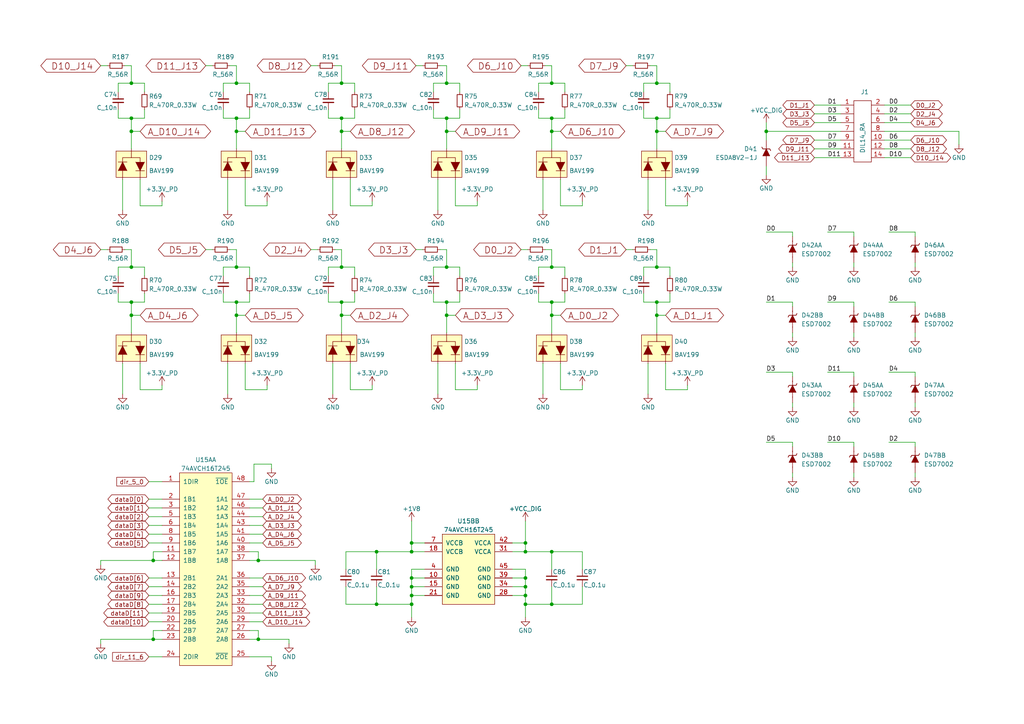
<source format=kicad_sch>
(kicad_sch (version 20250114) (generator "eeschema") (generator_version "9.0")
  (paper "A4")
  (title_block (title "Scopefun Oscilloscope") (rev "v2") (comment 1 "Copyright Dejan Priversek 2017") (comment 2 "Licensed under CERN OHL v.1.2"))
  (junction (at 119.38 170.18))
  (junction (at 190.5 24.13))
  (junction (at 68.58 87.63))
  (junction (at 109.22 160.02))
  (junction (at 99.06 87.63))
  (junction (at 160.02 24.13))
  (junction (at 160.02 160.02))
  (junction (at 119.38 172.72))
  (junction (at 160.02 175.26))
  (junction (at 38.1 38.1))
  (junction (at 152.4 170.18))
  (junction (at 129.54 24.13))
  (junction (at 99.06 77.47))
  (junction (at 38.1 34.29))
  (junction (at 119.38 175.26))
  (junction (at 160.02 77.47))
  (junction (at 109.22 175.26))
  (junction (at 119.38 157.48))
  (junction (at 99.06 34.29))
  (junction (at 190.5 87.63))
  (junction (at 68.58 77.47))
  (junction (at 160.02 34.29))
  (junction (at 68.58 34.29))
  (junction (at 129.54 34.29))
  (junction (at 99.06 38.1))
  (junction (at 119.38 160.02))
  (junction (at 44.45 185.42))
  (junction (at 152.4 157.48))
  (junction (at 74.93 162.56))
  (junction (at 68.58 91.44))
  (junction (at 68.58 24.13))
  (junction (at 190.5 34.29))
  (junction (at 129.54 87.63))
  (junction (at 190.5 91.44))
  (junction (at 222.25 38.1))
  (junction (at 99.06 91.44))
  (junction (at 190.5 38.1))
  (junction (at 152.4 172.72))
  (junction (at 44.45 162.56))
  (junction (at 129.54 77.47))
  (junction (at 74.93 185.42))
  (junction (at 99.06 24.13))
  (junction (at 160.02 91.44))
  (junction (at 152.4 167.64))
  (junction (at 152.4 175.26))
  (junction (at 160.02 38.1))
  (junction (at 160.02 87.63))
  (junction (at 38.1 77.47))
  (junction (at 38.1 24.13))
  (junction (at 190.5 77.47))
  (junction (at 119.38 167.64))
  (junction (at 129.54 91.44))
  (junction (at 38.1 87.63))
  (junction (at 38.1 91.44))
  (junction (at 68.58 38.1))
  (junction (at 152.4 160.02))
  (junction (at 129.54 38.1))
  (wire (pts (xy 190.5 34.29) (xy 194.31 34.29)))
  (wire (pts (xy 152.4 167.64) (xy 152.4 170.18)))
  (wire (pts (xy 119.38 172.72) (xy 119.38 175.26)))
  (wire (pts (xy 77.47 58.42) (xy 77.47 59.69)))
  (wire (pts (xy 41.91 77.47) (xy 41.91 80.01)))
  (wire (pts (xy 193.04 91.44) (xy 190.5 91.44)))
  (wire (pts (xy 73.66 134.62) (xy 78.74 134.62)))
  (wire (pts (xy 190.5 87.63) (xy 190.5 91.44)))
  (wire (pts (xy 229.87 67.31) (xy 229.87 68.58)))
  (wire (pts (xy 187.96 114.3) (xy 187.96 105.41)))
  (wire (pts (xy 119.38 175.26) (xy 119.38 179.07)))
  (wire (pts (xy 99.06 87.63) (xy 102.87 87.63)))
  (wire (pts (xy 109.22 175.26) (xy 119.38 175.26)))
  (wire (pts (xy 193.04 113.03) (xy 193.04 105.41)))
  (wire (pts (xy 29.21 19.05) (xy 31.115 19.05)))
  (wire (pts (xy 160.02 38.1) (xy 160.02 43.18)))
  (wire (pts (xy 102.87 24.13) (xy 102.87 26.67)))
  (wire (pts (xy 152.4 170.18) (xy 152.4 172.72)))
  (wire (pts (xy 152.4 175.26) (xy 160.02 175.26)))
  (wire (pts (xy 72.39 87.63) (xy 72.39 85.09)))
  (wire (pts (xy 46.99 182.88) (xy 44.45 182.88)))
  (wire (pts (xy 160.02 34.29) (xy 163.83 34.29)))
  (wire (pts (xy 222.25 87.63) (xy 229.87 87.63)))
  (wire (pts (xy 74.93 182.88) (xy 74.93 185.42)))
  (wire (pts (xy 265.43 76.2) (xy 265.43 77.47)))
  (wire (pts (xy 77.47 59.69) (xy 71.12 59.69)))
  (wire (pts (xy 163.83 24.13) (xy 163.83 26.67)))
  (wire (pts (xy 99.06 24.13) (xy 102.87 24.13)))
  (wire (pts (xy 236.22 45.72) (xy 243.84 45.72)))
  (wire (pts (xy 186.69 87.63) (xy 190.5 87.63)))
  (wire (pts (xy 222.25 35.56) (xy 222.25 38.1)))
  (wire (pts (xy 101.6 113.03) (xy 101.6 105.41)))
  (wire (pts (xy 107.95 113.03) (xy 101.6 113.03)))
  (wire (pts (xy 99.06 77.47) (xy 102.87 77.47)))
  (wire (pts (xy 34.29 34.29) (xy 38.1 34.29)))
  (wire (pts (xy 168.91 113.03) (xy 162.56 113.03)))
  (wire (pts (xy 109.22 160.02) (xy 119.38 160.02)))
  (wire (pts (xy 256.54 43.18) (xy 264.16 43.18)))
  (wire (pts (xy 168.91 175.26) (xy 168.91 170.18)))
  (wire (pts (xy 34.29 24.13) (xy 38.1 24.13)))
  (wire (pts (xy 247.65 128.27) (xy 247.65 129.54)))
  (wire (pts (xy 119.38 157.48) (xy 119.38 160.02)))
  (wire (pts (xy 90.17 72.39) (xy 92.075 72.39)))
  (wire (pts (xy 240.03 87.63) (xy 247.65 87.63)))
  (wire (pts (xy 68.58 72.39) (xy 68.58 77.47)))
  (wire (pts (xy 190.5 87.63) (xy 194.31 87.63)))
  (wire (pts (xy 129.54 24.13) (xy 133.35 24.13)))
  (wire (pts (xy 265.43 67.31) (xy 265.43 68.58)))
  (wire (pts (xy 68.58 38.1) (xy 68.58 43.18)))
  (wire (pts (xy 125.73 34.29) (xy 125.73 31.75)))
  (wire (pts (xy 38.1 77.47) (xy 41.91 77.47)))
  (wire (pts (xy 229.87 76.2) (xy 229.87 77.47)))
  (wire (pts (xy 40.64 91.44) (xy 38.1 91.44)))
  (wire (pts (xy 199.39 111.76) (xy 199.39 113.03)))
  (wire (pts (xy 36.195 19.05) (xy 38.1 19.05)))
  (wire (pts (xy 265.43 87.63) (xy 265.43 88.9)))
  (wire (pts (xy 133.35 24.13) (xy 133.35 26.67)))
  (wire (pts (xy 64.77 80.01) (xy 64.77 77.47)))
  (wire (pts (xy 95.25 80.01) (xy 95.25 77.47)))
  (wire (pts (xy 43.18 175.26) (xy 46.99 175.26)))
  (wire (pts (xy 99.06 34.29) (xy 99.06 38.1)))
  (wire (pts (xy 101.6 59.69) (xy 101.6 52.07)))
  (wire (pts (xy 109.22 170.18) (xy 109.22 175.26)))
  (wire (pts (xy 247.65 67.31) (xy 247.65 68.58)))
  (wire (pts (xy 68.58 77.47) (xy 72.39 77.47)))
  (wire (pts (xy 190.5 34.29) (xy 190.5 38.1)))
  (wire (pts (xy 186.69 34.29) (xy 190.5 34.29)))
  (wire (pts (xy 95.25 77.47) (xy 99.06 77.47)))
  (wire (pts (xy 100.33 175.26) (xy 109.22 175.26)))
  (wire (pts (xy 72.39 182.88) (xy 74.93 182.88)))
  (wire (pts (xy 236.22 30.48) (xy 243.84 30.48)))
  (wire (pts (xy 95.25 34.29) (xy 99.06 34.29)))
  (wire (pts (xy 40.64 113.03) (xy 40.64 105.41)))
  (wire (pts (xy 247.65 96.52) (xy 247.65 97.79)))
  (wire (pts (xy 127 114.3) (xy 127 105.41)))
  (wire (pts (xy 72.39 149.86) (xy 76.2 149.86)))
  (wire (pts (xy 72.39 77.47) (xy 72.39 80.01)))
  (wire (pts (xy 148.59 165.1) (xy 152.4 165.1)))
  (wire (pts (xy 91.44 162.56) (xy 91.44 163.83)))
  (wire (pts (xy 152.4 170.18) (xy 148.59 170.18)))
  (wire (pts (xy 119.38 151.13) (xy 119.38 157.48)))
  (wire (pts (xy 64.77 87.63) (xy 64.77 85.09)))
  (wire (pts (xy 132.08 113.03) (xy 132.08 105.41)))
  (wire (pts (xy 40.64 38.1) (xy 38.1 38.1)))
  (wire (pts (xy 43.18 167.64) (xy 46.99 167.64)))
  (wire (pts (xy 168.91 111.76) (xy 168.91 113.03)))
  (wire (pts (xy 72.39 185.42) (xy 74.93 185.42)))
  (wire (pts (xy 129.54 87.63) (xy 129.54 91.44)))
  (wire (pts (xy 132.08 38.1) (xy 129.54 38.1)))
  (wire (pts (xy 38.1 87.63) (xy 41.91 87.63)))
  (wire (pts (xy 102.87 34.29) (xy 102.87 31.75)))
  (wire (pts (xy 162.56 59.69) (xy 162.56 52.07)))
  (wire (pts (xy 38.1 38.1) (xy 38.1 43.18)))
  (wire (pts (xy 109.22 165.1) (xy 109.22 160.02)))
  (wire (pts (xy 163.83 87.63) (xy 163.83 85.09)))
  (wire (pts (xy 35.56 60.96) (xy 35.56 52.07)))
  (wire (pts (xy 68.58 34.29) (xy 72.39 34.29)))
  (wire (pts (xy 190.5 72.39) (xy 190.5 77.47)))
  (wire (pts (xy 194.31 77.47) (xy 194.31 80.01)))
  (wire (pts (xy 162.56 91.44) (xy 160.02 91.44)))
  (wire (pts (xy 247.65 107.95) (xy 247.65 109.22)))
  (wire (pts (xy 152.4 165.1) (xy 152.4 167.64)))
  (wire (pts (xy 43.18 139.7) (xy 46.99 139.7)))
  (wire (pts (xy 43.18 154.94) (xy 46.99 154.94)))
  (wire (pts (xy 119.38 172.72) (xy 123.19 172.72)))
  (wire (pts (xy 99.06 87.63) (xy 99.06 91.44)))
  (wire (pts (xy 43.18 147.32) (xy 46.99 147.32)))
  (wire (pts (xy 160.02 19.05) (xy 160.02 24.13)))
  (wire (pts (xy 265.43 128.27) (xy 265.43 129.54)))
  (wire (pts (xy 160.02 72.39) (xy 160.02 77.47)))
  (wire (pts (xy 72.39 24.13) (xy 72.39 26.67)))
  (wire (pts (xy 194.31 87.63) (xy 194.31 85.09)))
  (wire (pts (xy 163.83 77.47) (xy 163.83 80.01)))
  (wire (pts (xy 162.56 113.03) (xy 162.56 105.41)))
  (wire (pts (xy 222.25 107.95) (xy 229.87 107.95)))
  (wire (pts (xy 186.69 87.63) (xy 186.69 85.09)))
  (wire (pts (xy 100.33 160.02) (xy 100.33 165.1)))
  (wire (pts (xy 119.38 157.48) (xy 123.19 157.48)))
  (wire (pts (xy 96.52 60.96) (xy 96.52 52.07)))
  (wire (pts (xy 29.21 162.56) (xy 44.45 162.56)))
  (wire (pts (xy 265.43 137.16) (xy 265.43 138.43)))
  (wire (pts (xy 66.04 60.96) (xy 66.04 52.07)))
  (wire (pts (xy 125.73 80.01) (xy 125.73 77.47)))
  (wire (pts (xy 34.29 77.47) (xy 38.1 77.47)))
  (wire (pts (xy 96.52 114.3) (xy 96.52 105.41)))
  (wire (pts (xy 222.25 67.31) (xy 229.87 67.31)))
  (wire (pts (xy 265.43 107.95) (xy 265.43 109.22)))
  (wire (pts (xy 158.115 19.05) (xy 160.02 19.05)))
  (wire (pts (xy 156.21 24.13) (xy 160.02 24.13)))
  (wire (pts (xy 133.35 77.47) (xy 133.35 80.01)))
  (wire (pts (xy 83.82 185.42) (xy 83.82 186.69)))
  (wire (pts (xy 160.02 165.1) (xy 160.02 160.02)))
  (wire (pts (xy 129.54 87.63) (xy 133.35 87.63)))
  (wire (pts (xy 119.38 160.02) (xy 123.19 160.02)))
  (wire (pts (xy 95.25 26.67) (xy 95.25 24.13)))
  (wire (pts (xy 256.54 30.48) (xy 264.16 30.48)))
  (wire (pts (xy 129.54 72.39) (xy 129.54 77.47)))
  (wire (pts (xy 190.5 77.47) (xy 194.31 77.47)))
  (wire (pts (xy 107.95 59.69) (xy 101.6 59.69)))
  (wire (pts (xy 102.87 87.63) (xy 102.87 85.09)))
  (wire (pts (xy 127 60.96) (xy 127 52.07)))
  (wire (pts (xy 236.22 40.64) (xy 243.84 40.64)))
  (wire (pts (xy 29.21 185.42) (xy 44.45 185.42)))
  (wire (pts (xy 152.4 172.72) (xy 152.4 175.26)))
  (wire (pts (xy 29.21 185.42) (xy 29.21 186.69)))
  (wire (pts (xy 152.4 172.72) (xy 148.59 172.72)))
  (wire (pts (xy 123.19 167.64) (xy 119.38 167.64)))
  (wire (pts (xy 72.39 175.26) (xy 76.2 175.26)))
  (wire (pts (xy 257.81 67.31) (xy 265.43 67.31)))
  (wire (pts (xy 102.87 77.47) (xy 102.87 80.01)))
  (wire (pts (xy 160.02 24.13) (xy 163.83 24.13)))
  (wire (pts (xy 229.87 96.52) (xy 229.87 97.79)))
  (wire (pts (xy 168.91 58.42) (xy 168.91 59.69)))
  (wire (pts (xy 157.48 60.96) (xy 157.48 52.07)))
  (wire (pts (xy 247.65 137.16) (xy 247.65 138.43)))
  (wire (pts (xy 127.635 72.39) (xy 129.54 72.39)))
  (wire (pts (xy 119.38 170.18) (xy 119.38 172.72)))
  (wire (pts (xy 125.73 87.63) (xy 125.73 85.09)))
  (wire (pts (xy 71.12 38.1) (xy 68.58 38.1)))
  (wire (pts (xy 129.54 77.47) (xy 133.35 77.47)))
  (wire (pts (xy 133.35 87.63) (xy 133.35 85.09)))
  (wire (pts (xy 78.74 134.62) (xy 78.74 135.89)))
  (wire (pts (xy 64.77 77.47) (xy 68.58 77.47)))
  (wire (pts (xy 190.5 91.44) (xy 190.5 96.52)))
  (wire (pts (xy 168.91 160.02) (xy 168.91 165.1)))
  (wire (pts (xy 158.115 72.39) (xy 160.02 72.39)))
  (wire (pts (xy 43.18 144.78) (xy 46.99 144.78)))
  (wire (pts (xy 236.22 33.02) (xy 243.84 33.02)))
  (wire (pts (xy 160.02 87.63) (xy 160.02 91.44)))
  (wire (pts (xy 68.58 34.29) (xy 68.58 38.1)))
  (wire (pts (xy 162.56 38.1) (xy 160.02 38.1)))
  (wire (pts (xy 125.73 34.29) (xy 129.54 34.29)))
  (wire (pts (xy 72.39 34.29) (xy 72.39 31.75)))
  (wire (pts (xy 72.39 180.34) (xy 76.2 180.34)))
  (wire (pts (xy 64.77 24.13) (xy 68.58 24.13)))
  (wire (pts (xy 247.65 76.2) (xy 247.65 77.47)))
  (wire (pts (xy 186.69 26.67) (xy 186.69 24.13)))
  (wire (pts (xy 243.84 38.1) (xy 222.25 38.1)))
  (wire (pts (xy 190.5 38.1) (xy 190.5 43.18)))
  (wire (pts (xy 129.54 34.29) (xy 129.54 38.1)))
  (wire (pts (xy 72.39 152.4) (xy 76.2 152.4)))
  (wire (pts (xy 41.91 87.63) (xy 41.91 85.09)))
  (wire (pts (xy 72.39 167.64) (xy 76.2 167.64)))
  (wire (pts (xy 72.39 144.78) (xy 76.2 144.78)))
  (wire (pts (xy 187.96 60.96) (xy 187.96 52.07)))
  (wire (pts (xy 138.43 59.69) (xy 132.08 59.69)))
  (wire (pts (xy 160.02 87.63) (xy 163.83 87.63)))
  (wire (pts (xy 66.675 19.05) (xy 68.58 19.05)))
  (wire (pts (xy 133.35 34.29) (xy 133.35 31.75)))
  (wire (pts (xy 95.25 87.63) (xy 99.06 87.63)))
  (wire (pts (xy 72.39 172.72) (xy 76.2 172.72)))
  (wire (pts (xy 72.39 160.02) (xy 74.93 160.02)))
  (wire (pts (xy 194.31 24.13) (xy 194.31 26.67)))
  (wire (pts (xy 229.87 107.95) (xy 229.87 109.22)))
  (wire (pts (xy 77.47 111.76) (xy 77.47 113.03)))
  (wire (pts (xy 152.4 157.48) (xy 152.4 160.02)))
  (wire (pts (xy 156.21 87.63) (xy 156.21 85.09)))
  (wire (pts (xy 222.25 128.27) (xy 229.87 128.27)))
  (wire (pts (xy 190.5 19.05) (xy 190.5 24.13)))
  (wire (pts (xy 123.19 165.1) (xy 119.38 165.1)))
  (wire (pts (xy 125.73 87.63) (xy 129.54 87.63)))
  (wire (pts (xy 256.54 40.64) (xy 264.16 40.64)))
  (wire (pts (xy 163.83 34.29) (xy 163.83 31.75)))
  (wire (pts (xy 44.45 160.02) (xy 44.45 162.56)))
  (wire (pts (xy 188.595 19.05) (xy 190.5 19.05)))
  (wire (pts (xy 222.25 38.1) (xy 222.25 40.64)))
  (wire (pts (xy 157.48 114.3) (xy 157.48 105.41)))
  (wire (pts (xy 72.39 154.94) (xy 76.2 154.94)))
  (wire (pts (xy 43.18 177.8) (xy 46.99 177.8)))
  (wire (pts (xy 43.18 157.48) (xy 46.99 157.48)))
  (wire (pts (xy 160.02 160.02) (xy 168.91 160.02)))
  (wire (pts (xy 101.6 38.1) (xy 99.06 38.1)))
  (wire (pts (xy 148.59 167.64) (xy 152.4 167.64)))
  (wire (pts (xy 186.69 77.47) (xy 190.5 77.47)))
  (wire (pts (xy 72.39 162.56) (xy 74.93 162.56)))
  (wire (pts (xy 38.1 34.29) (xy 41.91 34.29)))
  (wire (pts (xy 46.99 58.42) (xy 46.99 59.69)))
  (wire (pts (xy 64.77 26.67) (xy 64.77 24.13)))
  (wire (pts (xy 59.69 72.39) (xy 61.595 72.39)))
  (wire (pts (xy 43.18 152.4) (xy 46.99 152.4)))
  (wire (pts (xy 72.39 170.18) (xy 76.2 170.18)))
  (wire (pts (xy 68.58 87.63) (xy 68.58 91.44)))
  (wire (pts (xy 97.155 19.05) (xy 99.06 19.05)))
  (wire (pts (xy 73.66 139.7) (xy 73.66 134.62)))
  (wire (pts (xy 72.39 139.7) (xy 73.66 139.7)))
  (wire (pts (xy 38.1 72.39) (xy 38.1 77.47)))
  (wire (pts (xy 240.03 107.95) (xy 247.65 107.95)))
  (wire (pts (xy 29.21 162.56) (xy 29.21 163.83)))
  (wire (pts (xy 129.54 19.05) (xy 129.54 24.13)))
  (wire (pts (xy 156.21 34.29) (xy 160.02 34.29)))
  (wire (pts (xy 77.47 113.03) (xy 71.12 113.03)))
  (wire (pts (xy 152.4 157.48) (xy 148.59 157.48)))
  (wire (pts (xy 129.54 91.44) (xy 129.54 96.52)))
  (wire (pts (xy 125.73 24.13) (xy 129.54 24.13)))
  (wire (pts (xy 35.56 114.3) (xy 35.56 105.41)))
  (wire (pts (xy 68.58 91.44) (xy 68.58 96.52)))
  (wire (pts (xy 43.18 172.72) (xy 46.99 172.72)))
  (wire (pts (xy 43.18 170.18) (xy 46.99 170.18)))
  (wire (pts (xy 68.58 19.05) (xy 68.58 24.13)))
  (wire (pts (xy 41.91 24.13) (xy 41.91 26.67)))
  (wire (pts (xy 38.1 91.44) (xy 38.1 96.52)))
  (wire (pts (xy 72.39 157.48) (xy 76.2 157.48)))
  (wire (pts (xy 186.69 34.29) (xy 186.69 31.75)))
  (wire (pts (xy 71.12 59.69) (xy 71.12 52.07)))
  (wire (pts (xy 78.74 190.5) (xy 78.74 191.77)))
  (wire (pts (xy 99.06 91.44) (xy 99.06 96.52)))
  (wire (pts (xy 152.4 175.26) (xy 152.4 179.07)))
  (wire (pts (xy 151.13 72.39) (xy 153.035 72.39)))
  (wire (pts (xy 156.21 80.01) (xy 156.21 77.47)))
  (wire (pts (xy 127.635 19.05) (xy 129.54 19.05)))
  (wire (pts (xy 129.54 34.29) (xy 133.35 34.29)))
  (wire (pts (xy 229.87 87.63) (xy 229.87 88.9)))
  (wire (pts (xy 43.18 149.86) (xy 46.99 149.86)))
  (wire (pts (xy 138.43 113.03) (xy 132.08 113.03)))
  (wire (pts (xy 74.93 162.56) (xy 91.44 162.56)))
  (wire (pts (xy 99.06 19.05) (xy 99.06 24.13)))
  (wire (pts (xy 236.22 43.18) (xy 243.84 43.18)))
  (wire (pts (xy 64.77 34.29) (xy 64.77 31.75)))
  (wire (pts (xy 107.95 58.42) (xy 107.95 59.69)))
  (wire (pts (xy 188.595 72.39) (xy 190.5 72.39)))
  (wire (pts (xy 107.95 111.76) (xy 107.95 113.03)))
  (wire (pts (xy 186.69 80.01) (xy 186.69 77.47)))
  (wire (pts (xy 129.54 38.1) (xy 129.54 43.18)))
  (wire (pts (xy 119.38 167.64) (xy 119.38 170.18)))
  (wire (pts (xy 156.21 34.29) (xy 156.21 31.75)))
  (wire (pts (xy 90.17 19.05) (xy 92.075 19.05)))
  (wire (pts (xy 43.18 180.34) (xy 46.99 180.34)))
  (wire (pts (xy 199.39 59.69) (xy 193.04 59.69)))
  (wire (pts (xy 265.43 96.52) (xy 265.43 97.79)))
  (wire (pts (xy 120.65 72.39) (xy 122.555 72.39)))
  (wire (pts (xy 72.39 190.5) (xy 78.74 190.5)))
  (wire (pts (xy 181.61 19.05) (xy 183.515 19.05)))
  (wire (pts (xy 156.21 77.47) (xy 160.02 77.47)))
  (wire (pts (xy 74.93 160.02) (xy 74.93 162.56)))
  (wire (pts (xy 160.02 170.18) (xy 160.02 175.26)))
  (wire (pts (xy 181.61 72.39) (xy 183.515 72.39)))
  (wire (pts (xy 194.31 34.29) (xy 194.31 31.75)))
  (wire (pts (xy 222.25 48.26) (xy 222.25 50.8)))
  (wire (pts (xy 152.4 151.13) (xy 152.4 157.48)))
  (wire (pts (xy 257.81 87.63) (xy 265.43 87.63)))
  (wire (pts (xy 138.43 58.42) (xy 138.43 59.69)))
  (wire (pts (xy 43.18 190.5) (xy 46.99 190.5)))
  (wire (pts (xy 38.1 87.63) (xy 38.1 91.44)))
  (wire (pts (xy 256.54 35.56) (xy 264.16 35.56)))
  (wire (pts (xy 256.54 33.02) (xy 264.16 33.02)))
  (wire (pts (xy 34.29 87.63) (xy 38.1 87.63)))
  (wire (pts (xy 99.06 34.29) (xy 102.87 34.29)))
  (wire (pts (xy 71.12 91.44) (xy 68.58 91.44)))
  (wire (pts (xy 256.54 38.1) (xy 278.13 38.1)))
  (wire (pts (xy 99.06 72.39) (xy 99.06 77.47)))
  (wire (pts (xy 66.675 72.39) (xy 68.58 72.39)))
  (wire (pts (xy 148.59 160.02) (xy 152.4 160.02)))
  (wire (pts (xy 95.25 87.63) (xy 95.25 85.09)))
  (wire (pts (xy 71.12 113.03) (xy 71.12 105.41)))
  (wire (pts (xy 193.04 38.1) (xy 190.5 38.1)))
  (wire (pts (xy 229.87 128.27) (xy 229.87 129.54)))
  (wire (pts (xy 132.08 91.44) (xy 129.54 91.44)))
  (wire (pts (xy 64.77 34.29) (xy 68.58 34.29)))
  (wire (pts (xy 265.43 116.84) (xy 265.43 118.11)))
  (wire (pts (xy 125.73 26.67) (xy 125.73 24.13)))
  (wire (pts (xy 64.77 87.63) (xy 68.58 87.63)))
  (wire (pts (xy 34.29 26.67) (xy 34.29 24.13)))
  (wire (pts (xy 34.29 87.63) (xy 34.29 85.09)))
  (wire (pts (xy 186.69 24.13) (xy 190.5 24.13)))
  (wire (pts (xy 160.02 34.29) (xy 160.02 38.1)))
  (wire (pts (xy 120.65 19.05) (xy 122.555 19.05)))
  (wire (pts (xy 229.87 137.16) (xy 229.87 138.43)))
  (wire (pts (xy 46.99 113.03) (xy 40.64 113.03)))
  (wire (pts (xy 193.04 59.69) (xy 193.04 52.07)))
  (wire (pts (xy 160.02 77.47) (xy 163.83 77.47)))
  (wire (pts (xy 34.29 34.29) (xy 34.29 31.75)))
  (wire (pts (xy 160.02 91.44) (xy 160.02 96.52)))
  (wire (pts (xy 101.6 91.44) (xy 99.06 91.44)))
  (wire (pts (xy 138.43 111.76) (xy 138.43 113.03)))
  (wire (pts (xy 44.45 182.88) (xy 44.45 185.42)))
  (wire (pts (xy 132.08 59.69) (xy 132.08 52.07)))
  (wire (pts (xy 240.03 128.27) (xy 247.65 128.27)))
  (wire (pts (xy 247.65 87.63) (xy 247.65 88.9)))
  (wire (pts (xy 199.39 113.03) (xy 193.04 113.03)))
  (wire (pts (xy 34.29 80.01) (xy 34.29 77.47)))
  (wire (pts (xy 95.25 34.29) (xy 95.25 31.75)))
  (wire (pts (xy 240.03 67.31) (xy 247.65 67.31)))
  (wire (pts (xy 36.195 72.39) (xy 38.1 72.39)))
  (wire (pts (xy 66.04 114.3) (xy 66.04 105.41)))
  (wire (pts (xy 74.93 185.42) (xy 83.82 185.42)))
  (wire (pts (xy 72.39 147.32) (xy 76.2 147.32)))
  (wire (pts (xy 156.21 26.67) (xy 156.21 24.13)))
  (wire (pts (xy 168.91 59.69) (xy 162.56 59.69)))
  (wire (pts (xy 119.38 165.1) (xy 119.38 167.64)))
  (wire (pts (xy 46.99 160.02) (xy 44.45 160.02)))
  (wire (pts (xy 151.13 19.05) (xy 153.035 19.05)))
  (wire (pts (xy 40.64 59.69) (xy 40.64 52.07)))
  (wire (pts (xy 68.58 24.13) (xy 72.39 24.13)))
  (wire (pts (xy 257.81 128.27) (xy 265.43 128.27)))
  (wire (pts (xy 95.25 24.13) (xy 99.06 24.13)))
  (wire (pts (xy 236.22 35.56) (xy 243.84 35.56)))
  (wire (pts (xy 61.595 19.05) (xy 59.69 19.05)))
  (wire (pts (xy 100.33 160.02) (xy 109.22 160.02)))
  (wire (pts (xy 160.02 175.26) (xy 168.91 175.26)))
  (wire (pts (xy 278.13 38.1) (xy 278.13 41.91)))
  (wire (pts (xy 41.91 34.29) (xy 41.91 31.75)))
  (wire (pts (xy 99.06 38.1) (xy 99.06 43.18)))
  (wire (pts (xy 46.99 59.69) (xy 40.64 59.69)))
  (wire (pts (xy 38.1 34.29) (xy 38.1 38.1)))
  (wire (pts (xy 256.54 45.72) (xy 264.16 45.72)))
  (wire (pts (xy 190.5 24.13) (xy 194.31 24.13)))
  (wire (pts (xy 72.39 177.8) (xy 76.2 177.8)))
  (wire (pts (xy 44.45 185.42) (xy 46.99 185.42)))
  (wire (pts (xy 38.1 24.13) (xy 41.91 24.13)))
  (wire (pts (xy 68.58 87.63) (xy 72.39 87.63)))
  (wire (pts (xy 29.21 72.39) (xy 31.115 72.39)))
  (wire (pts (xy 100.33 170.18) (xy 100.33 175.26)))
  (wire (pts (xy 119.38 170.18) (xy 123.19 170.18)))
  (wire (pts (xy 257.81 107.95) (xy 265.43 107.95)))
  (wire (pts (xy 38.1 19.05) (xy 38.1 24.13)))
  (wire (pts (xy 44.45 162.56) (xy 46.99 162.56)))
  (wire (pts (xy 247.65 116.84) (xy 247.65 118.11)))
  (wire (pts (xy 229.87 116.84) (xy 229.87 118.11)))
  (wire (pts (xy 199.39 58.42) (xy 199.39 59.69)))
  (wire (pts (xy 97.155 72.39) (xy 99.06 72.39)))
  (wire (pts (xy 46.99 111.76) (xy 46.99 113.03)))
  (wire (pts (xy 125.73 77.47) (xy 129.54 77.47)))
  (wire (pts (xy 156.21 87.63) (xy 160.02 87.63)))
  (wire (pts (xy 152.4 160.02) (xy 160.02 160.02)))
  (label "D7" (at 240.03 67.31 0))
  (label "D3" (at 222.25 107.95 0))
  (label "D1" (at 240.03 30.48 0))
  (label "D4" (at 257.81 107.95 0))
  (label "D4" (at 257.81 35.56 0))
  (label "D10" (at 257.81 45.72 0))
  (label "D2" (at 257.81 128.27 0))
  (label "D5" (at 222.25 128.27 0))
  (label "D3" (at 240.03 33.02 0))
  (label "D2" (at 257.81 33.02 0))
  (label "D5" (at 240.03 35.56 0))
  (label "D7" (at 240.03 40.64 0))
  (label "D9" (at 240.03 43.18 0))
  (label "D10" (at 240.03 128.27 0))
  (label "D6" (at 257.81 40.64 0))
  (label "D9" (at 240.03 87.63 0))
  (label "D1" (at 222.25 87.63 0))
  (label "D8" (at 257.81 67.31 0))
  (label "D11" (at 240.03 45.72 0))
  (label "D0" (at 257.81 30.48 0))
  (label "D8" (at 257.81 43.18 0))
  (label "D11" (at 240.03 107.95 0))
  (label "D0" (at 222.25 67.31 0))
  (label "D6" (at 257.81 87.63 0))
  (global_label "dataD[1]" (shape bidirectional) (at 43.18 147.32 180) (property "Intersheetrefs" "${INTERSHEET_REFS}" (effects (hide yes))))
  (global_label "A_D10_J14" (shape bidirectional) (at 76.2 180.34 0) (property "Intersheetrefs" "${INTERSHEET_REFS}" (effects (hide yes))))
  (global_label "A_D0_J2" (shape bidirectional) (at 76.2 144.78 0) (property "Intersheetrefs" "${INTERSHEET_REFS}" (effects (hide yes))))
  (global_label "D5_J5" (shape bidirectional) (at 59.69 72.39 180) (effects (font (size 1.905 1.905))) (property "Intersheetrefs" "${INTERSHEET_REFS}" (effects (hide yes))))
  (global_label "A_D4_J6" (shape bidirectional) (at 40.64 91.44 0) (effects (font (size 1.905 1.905))) (property "Intersheetrefs" "${INTERSHEET_REFS}" (effects (hide yes))))
  (global_label "dir_11_6" (shape input) (at 43.18 190.5 180) (property "Intersheetrefs" "${INTERSHEET_REFS}" (effects (hide yes))))
  (global_label "D11_J13" (shape bidirectional) (at 59.69 19.05 180) (effects (font (size 1.905 1.905))) (property "Intersheetrefs" "${INTERSHEET_REFS}" (effects (hide yes))))
  (global_label "A_D9_J11" (shape bidirectional) (at 132.08 38.1 0) (effects (font (size 1.905 1.905))) (property "Intersheetrefs" "${INTERSHEET_REFS}" (effects (hide yes))))
  (global_label "D7_J9" (shape bidirectional) (at 236.22 40.64 180) (property "Intersheetrefs" "${INTERSHEET_REFS}" (effects (hide yes))))
  (global_label "A_D7_J9" (shape bidirectional) (at 76.2 170.18 0) (property "Intersheetrefs" "${INTERSHEET_REFS}" (effects (hide yes))))
  (global_label "dataD[11]" (shape bidirectional) (at 43.18 177.8 180) (property "Intersheetrefs" "${INTERSHEET_REFS}" (effects (hide yes))))
  (global_label "A_D5_J5" (shape bidirectional) (at 76.2 157.48 0) (property "Intersheetrefs" "${INTERSHEET_REFS}" (effects (hide yes))))
  (global_label "dataD[5]" (shape bidirectional) (at 43.18 157.48 180) (property "Intersheetrefs" "${INTERSHEET_REFS}" (effects (hide yes))))
  (global_label "D3_J3" (shape bidirectional) (at 120.65 72.39 180) (effects (font (size 1.905 1.905))) (property "Intersheetrefs" "${INTERSHEET_REFS}" (effects (hide yes))))
  (global_label "A_D5_J5" (shape bidirectional) (at 71.12 91.44 0) (effects (font (size 1.905 1.905))) (property "Intersheetrefs" "${INTERSHEET_REFS}" (effects (hide yes))))
  (global_label "dataD[6]" (shape bidirectional) (at 43.18 167.64 180) (property "Intersheetrefs" "${INTERSHEET_REFS}" (effects (hide yes))))
  (global_label "D9_J11" (shape bidirectional) (at 120.65 19.05 180) (effects (font (size 1.905 1.905))) (property "Intersheetrefs" "${INTERSHEET_REFS}" (effects (hide yes))))
  (global_label "A_D11_J13" (shape bidirectional) (at 71.12 38.1 0) (effects (font (size 1.905 1.905))) (property "Intersheetrefs" "${INTERSHEET_REFS}" (effects (hide yes))))
  (global_label "A_D0_J2" (shape bidirectional) (at 162.56 91.44 0) (effects (font (size 1.905 1.905))) (property "Intersheetrefs" "${INTERSHEET_REFS}" (effects (hide yes))))
  (global_label "A_D2_J4" (shape bidirectional) (at 76.2 149.86 0) (property "Intersheetrefs" "${INTERSHEET_REFS}" (effects (hide yes))))
  (global_label "D0_J2" (shape bidirectional) (at 151.13 72.39 180) (effects (font (size 1.905 1.905))) (property "Intersheetrefs" "${INTERSHEET_REFS}" (effects (hide yes))))
  (global_label "dataD[2]" (shape bidirectional) (at 43.18 149.86 180) (property "Intersheetrefs" "${INTERSHEET_REFS}" (effects (hide yes))))
  (global_label "A_D1_J1" (shape bidirectional) (at 76.2 147.32 0) (property "Intersheetrefs" "${INTERSHEET_REFS}" (effects (hide yes))))
  (global_label "A_D10_J14" (shape bidirectional) (at 40.64 38.1 0) (effects (font (size 1.905 1.905))) (property "Intersheetrefs" "${INTERSHEET_REFS}" (effects (hide yes))))
  (global_label "dataD[3]" (shape bidirectional) (at 43.18 152.4 180) (property "Intersheetrefs" "${INTERSHEET_REFS}" (effects (hide yes))))
  (global_label "dir_5_0" (shape input) (at 43.18 139.7 180) (property "Intersheetrefs" "${INTERSHEET_REFS}" (effects (hide yes))))
  (global_label "A_D2_J4" (shape bidirectional) (at 101.6 91.44 0) (effects (font (size 1.905 1.905))) (property "Intersheetrefs" "${INTERSHEET_REFS}" (effects (hide yes))))
  (global_label "A_D11_J13" (shape bidirectional) (at 76.2 177.8 0) (property "Intersheetrefs" "${INTERSHEET_REFS}" (effects (hide yes))))
  (global_label "A_D4_J6" (shape bidirectional) (at 76.2 154.94 0) (property "Intersheetrefs" "${INTERSHEET_REFS}" (effects (hide yes))))
  (global_label "dataD[0]" (shape bidirectional) (at 43.18 144.78 180) (property "Intersheetrefs" "${INTERSHEET_REFS}" (effects (hide yes))))
  (global_label "D10_J14" (shape bidirectional) (at 29.21 19.05 180) (effects (font (size 1.905 1.905))) (property "Intersheetrefs" "${INTERSHEET_REFS}" (effects (hide yes))))
  (global_label "D4_J6" (shape bidirectional) (at 29.21 72.39 180) (effects (font (size 1.905 1.905))) (property "Intersheetrefs" "${INTERSHEET_REFS}" (effects (hide yes))))
  (global_label "A_D9_J11" (shape bidirectional) (at 76.2 172.72 0) (property "Intersheetrefs" "${INTERSHEET_REFS}" (effects (hide yes))))
  (global_label "D6_J10" (shape bidirectional) (at 151.13 19.05 180) (effects (font (size 1.905 1.905))) (property "Intersheetrefs" "${INTERSHEET_REFS}" (effects (hide yes))))
  (global_label "dataD[10]" (shape bidirectional) (at 43.18 180.34 180) (property "Intersheetrefs" "${INTERSHEET_REFS}" (effects (hide yes))))
  (global_label "D11_J13" (shape bidirectional) (at 236.22 45.72 180) (property "Intersheetrefs" "${INTERSHEET_REFS}" (effects (hide yes))))
  (global_label "D7_J9" (shape bidirectional) (at 181.61 19.05 180) (effects (font (size 1.905 1.905))) (property "Intersheetrefs" "${INTERSHEET_REFS}" (effects (hide yes))))
  (global_label "D1_J1" (shape bidirectional) (at 236.22 30.48 180) (property "Intersheetrefs" "${INTERSHEET_REFS}" (effects (hide yes))))
  (global_label "D5_J5" (shape bidirectional) (at 236.22 35.56 180) (property "Intersheetrefs" "${INTERSHEET_REFS}" (effects (hide yes))))
  (global_label "D10_J14" (shape bidirectional) (at 264.16 45.72 0) (property "Intersheetrefs" "${INTERSHEET_REFS}" (effects (hide yes))))
  (global_label "A_D7_J9" (shape bidirectional) (at 193.04 38.1 0) (effects (font (size 1.905 1.905))) (property "Intersheetrefs" "${INTERSHEET_REFS}" (effects (hide yes))))
  (global_label "A_D1_J1" (shape bidirectional) (at 193.04 91.44 0) (effects (font (size 1.905 1.905))) (property "Intersheetrefs" "${INTERSHEET_REFS}" (effects (hide yes))))
  (global_label "D8_J12" (shape bidirectional) (at 264.16 43.18 0) (property "Intersheetrefs" "${INTERSHEET_REFS}" (effects (hide yes))))
  (global_label "A_D6_J10" (shape bidirectional) (at 76.2 167.64 0) (property "Intersheetrefs" "${INTERSHEET_REFS}" (effects (hide yes))))
  (global_label "D2_J4" (shape bidirectional) (at 90.17 72.39 180) (effects (font (size 1.905 1.905))) (property "Intersheetrefs" "${INTERSHEET_REFS}" (effects (hide yes))))
  (global_label "dataD[4]" (shape bidirectional) (at 43.18 154.94 180) (property "Intersheetrefs" "${INTERSHEET_REFS}" (effects (hide yes))))
  (global_label "dataD[9]" (shape bidirectional) (at 43.18 172.72 180) (property "Intersheetrefs" "${INTERSHEET_REFS}" (effects (hide yes))))
  (global_label "A_D3_J3" (shape bidirectional) (at 76.2 152.4 0) (property "Intersheetrefs" "${INTERSHEET_REFS}" (effects (hide yes))))
  (global_label "D1_J1" (shape bidirectional) (at 181.61 72.39 180) (effects (font (size 1.905 1.905))) (property "Intersheetrefs" "${INTERSHEET_REFS}" (effects (hide yes))))
  (global_label "dataD[7]" (shape bidirectional) (at 43.18 170.18 180) (property "Intersheetrefs" "${INTERSHEET_REFS}" (effects (hide yes))))
  (global_label "dataD[8]" (shape bidirectional) (at 43.18 175.26 180) (property "Intersheetrefs" "${INTERSHEET_REFS}" (effects (hide yes))))
  (global_label "D4_J6" (shape bidirectional) (at 264.16 35.56 0) (property "Intersheetrefs" "${INTERSHEET_REFS}" (effects (hide yes))))
  (global_label "A_D6_J10" (shape bidirectional) (at 162.56 38.1 0) (effects (font (size 1.905 1.905))) (property "Intersheetrefs" "${INTERSHEET_REFS}" (effects (hide yes))))
  (global_label "D0_J2" (shape bidirectional) (at 264.16 30.48 0) (property "Intersheetrefs" "${INTERSHEET_REFS}" (effects (hide yes))))
  (global_label "A_D8_J12" (shape bidirectional) (at 76.2 175.26 0) (property "Intersheetrefs" "${INTERSHEET_REFS}" (effects (hide yes))))
  (global_label "D9_J11" (shape bidirectional) (at 236.22 43.18 180) (property "Intersheetrefs" "${INTERSHEET_REFS}" (effects (hide yes))))
  (global_label "D8_J12" (shape bidirectional) (at 90.17 19.05 180) (effects (font (size 1.905 1.905))) (property "Intersheetrefs" "${INTERSHEET_REFS}" (effects (hide yes))))
  (global_label "D3_J3" (shape bidirectional) (at 236.22 33.02 180) (property "Intersheetrefs" "${INTERSHEET_REFS}" (effects (hide yes))))
  (global_label "A_D3_J3" (shape bidirectional) (at 132.08 91.44 0) (effects (font (size 1.905 1.905))) (property "Intersheetrefs" "${INTERSHEET_REFS}" (effects (hide yes))))
  (global_label "D2_J4" (shape bidirectional) (at 264.16 33.02 0) (property "Intersheetrefs" "${INTERSHEET_REFS}" (effects (hide yes))))
  (global_label "D6_J10" (shape bidirectional) (at 264.16 40.64 0) (property "Intersheetrefs" "${INTERSHEET_REFS}" (effects (hide yes))))
  (global_label "A_D8_J12" (shape bidirectional) (at 101.6 38.1 0) (effects (font (size 1.905 1.905))) (property "Intersheetrefs" "${INTERSHEET_REFS}" (effects (hide yes))))
  (symbol (lib_id "ScopefunParts:74AVCH16T245") (at 59.69 165.1 0) (unit 1)
    (property "Reference" "U15A" (at 59.69 133.35 0))
    (property "Value" "74AVCH16T245" (at 59.69 135.89 0))
    (property "Footprint" "ScopefunPackagesLibrary:TSSOP48" (effects (hide yes)))
    (property "Datasheet" "http://www.ti.com/lit/ds/symlink/sn74avch16t245.pdf" (effects (hide yes)))
    (property "MFG Part#" "SN74AVCH16T245GR" (effects (hide yes)))
    (property "Description" "74AVCH16T245 16-bit dual supply translating transceiver" (effects (hide yes)))
  )
  (symbol (lib_id "ScopefunParts:74AVCH16T245") (at 135.89 182.88 0) (unit 2)
    (property "Reference" "U15B" (at 135.89 151.13 0))
    (property "Value" "74AVCH16T245" (at 135.89 153.67 0))
    (property "Footprint" "ScopefunPackagesLibrary:TSSOP48" (effects (hide yes)))
    (property "Datasheet" "http://www.ti.com/lit/ds/symlink/sn74avch16t245.pdf" (effects (hide yes)))
    (property "Description" "74AVCH16T245 16-bit dual supply translating transceiver" (effects (hide yes)))
    (property "MFG Part#" "SN74AVCH16T245GR" (effects (hide yes)))
  )
  (symbol (lib_name "GND_38") (lib_id "Scopefun_v2-rescue:GND") (at 78.74 135.89 0) (unit 1)
    (property "Reference" "#PWR0125" (effects (hide yes)))
    (property "Value" "GND" (at 78.74 139.7 0))
  )
  (symbol (lib_name "GND_39") (lib_id "Scopefun_v2-rescue:GND") (at 78.74 191.77 0) (unit 1)
    (property "Reference" "#PWR0126" (effects (hide yes)))
    (property "Value" "GND" (at 78.74 195.58 0))
  )
  (symbol (lib_id "ScopefunParts:C_0.1u") (at 109.22 167.64 0) (unit 1)
    (property "Reference" "C81" (at 109.474 165.862 0) (effects (justify left)))
    (property "Value" "C_0.1u" (at 109.474 169.672 0) (effects (justify left)))
    (property "Footprint" "ScopefunPackagesLibrary:C_0603" (effects (hide yes)))
    (property "MFG Part#" "C0603C104K4RACTU" (effects (hide yes)))
    (property "Description" "MLCC - SMD/SMT 0603 16V X7R 10%" (effects (hide yes)))
  )
  (symbol (lib_id "ScopefunParts:C_0.1u") (at 100.33 167.64 0) (unit 1)
    (property "Reference" "C80" (at 100.584 165.862 0) (effects (justify left)))
    (property "Value" "C_0.1u" (at 100.584 169.672 0) (effects (justify left)))
    (property "Footprint" "ScopefunPackagesLibrary:C_0603" (effects (hide yes)))
    (property "MFG Part#" "C0603C104K4RACTU" (effects (hide yes)))
    (property "Description" "MLCC - SMD/SMT 0603 16V X7R 10%" (effects (hide yes)))
  )
  (symbol (lib_id "ScopefunParts:C_0.1u") (at 168.91 167.64 0) (unit 1)
    (property "Reference" "C87" (at 169.164 165.862 0) (effects (justify left)))
    (property "Value" "C_0.1u" (at 169.164 169.672 0) (effects (justify left)))
    (property "Footprint" "ScopefunPackagesLibrary:C_0603" (effects (hide yes)))
    (property "MFG Part#" "C0603C104K4RACTU" (effects (hide yes)))
    (property "Description" "MLCC - SMD/SMT 0603 16V X7R 10%" (effects (hide yes)))
  )
  (symbol (lib_id "ScopefunParts:C_0.1u") (at 160.02 167.64 0) (unit 1)
    (property "Reference" "C86" (at 160.274 165.862 0) (effects (justify left)))
    (property "Value" "C_0.1u" (at 160.274 169.672 0) (effects (justify left)))
    (property "Footprint" "ScopefunPackagesLibrary:C_0603" (effects (hide yes)))
    (property "MFG Part#" "C0603C104K4RACTU" (effects (hide yes)))
    (property "Description" "MLCC - SMD/SMT 0603 16V X7R 10%" (effects (hide yes)))
  )
  (symbol (lib_name "GND_35") (lib_id "Scopefun_v2-rescue:GND") (at 152.4 179.07 0) (unit 1)
    (property "Reference" "#PWR0127" (effects (hide yes)))
    (property "Value" "GND" (at 152.4 182.88 0))
  )
  (symbol (lib_name "GND_42") (lib_id "Scopefun_v2-rescue:GND") (at 119.38 179.07 0) (unit 1)
    (property "Reference" "#PWR0128" (effects (hide yes)))
    (property "Value" "GND" (at 119.38 182.88 0))
  )
  (symbol (lib_id "ScopefunParts:+VCC_DIG") (at 152.4 151.13 0) (unit 1)
    (property "Reference" "#PWR0129" (effects (hide yes)))
    (property "Value" "+VCC_DIG" (at 152.4 147.574 0))
  )
  (symbol (lib_name "GND_50") (lib_id "Scopefun_v2-rescue:GND") (at 35.56 60.96 0) (unit 1)
    (property "Reference" "#PWR0130" (effects (hide yes)))
    (property "Value" "GND" (at 35.56 64.77 0))
  )
  (symbol (lib_id "ScopefunParts:+3.3V_PD") (at 46.99 58.42 0) (unit 1)
    (property "Reference" "#PWR0159" (effects (hide yes)))
    (property "Value" "+3.3V_PD" (at 46.99 54.864 0))
  )
  (symbol (lib_name "GND_51") (lib_id "Scopefun_v2-rescue:GND") (at 66.04 60.96 0) (unit 1)
    (property "Reference" "#PWR0131" (effects (hide yes)))
    (property "Value" "GND" (at 66.04 64.77 0))
  )
  (symbol (lib_id "ScopefunParts:+3.3V_PD") (at 77.47 58.42 0) (unit 1)
    (property "Reference" "#PWR0132" (effects (hide yes)))
    (property "Value" "+3.3V_PD" (at 77.47 54.864 0))
  )
  (symbol (lib_name "GND_49") (lib_id "Scopefun_v2-rescue:GND") (at 96.52 60.96 0) (unit 1)
    (property "Reference" "#PWR0133" (effects (hide yes)))
    (property "Value" "GND" (at 96.52 64.77 0))
  )
  (symbol (lib_id "ScopefunParts:+3.3V_PD") (at 107.95 58.42 0) (unit 1)
    (property "Reference" "#PWR0134" (effects (hide yes)))
    (property "Value" "+3.3V_PD" (at 107.95 54.864 0))
  )
  (symbol (lib_name "GND_48") (lib_id "Scopefun_v2-rescue:GND") (at 127 60.96 0) (unit 1)
    (property "Reference" "#PWR0135" (effects (hide yes)))
    (property "Value" "GND" (at 127 64.77 0))
  )
  (symbol (lib_id "ScopefunParts:+3.3V_PD") (at 138.43 58.42 0) (unit 1)
    (property "Reference" "#PWR0136" (effects (hide yes)))
    (property "Value" "+3.3V_PD" (at 138.43 54.864 0))
  )
  (symbol (lib_name "GND_52") (lib_id "Scopefun_v2-rescue:GND") (at 157.48 60.96 0) (unit 1)
    (property "Reference" "#PWR0137" (effects (hide yes)))
    (property "Value" "GND" (at 157.48 64.77 0))
  )
  (symbol (lib_id "ScopefunParts:+3.3V_PD") (at 168.91 58.42 0) (unit 1)
    (property "Reference" "#PWR0138" (effects (hide yes)))
    (property "Value" "+3.3V_PD" (at 168.91 54.864 0))
  )
  (symbol (lib_name "GND_53") (lib_id "Scopefun_v2-rescue:GND") (at 187.96 60.96 0) (unit 1)
    (property "Reference" "#PWR0139" (effects (hide yes)))
    (property "Value" "GND" (at 187.96 64.77 0))
  )
  (symbol (lib_id "ScopefunParts:+3.3V_PD") (at 199.39 58.42 0) (unit 1)
    (property "Reference" "#PWR0140" (effects (hide yes)))
    (property "Value" "+3.3V_PD" (at 199.39 54.864 0))
  )
  (symbol (lib_name "GND_44") (lib_id "Scopefun_v2-rescue:GND") (at 35.56 114.3 0) (unit 1)
    (property "Reference" "#PWR0141" (effects (hide yes)))
    (property "Value" "GND" (at 35.56 118.11 0))
  )
  (symbol (lib_id "ScopefunParts:+3.3V_PD") (at 46.99 111.76 0) (unit 1)
    (property "Reference" "#PWR0142" (effects (hide yes)))
    (property "Value" "+3.3V_PD" (at 46.99 108.204 0))
  )
  (symbol (lib_name "GND_43") (lib_id "Scopefun_v2-rescue:GND") (at 66.04 114.3 0) (unit 1)
    (property "Reference" "#PWR0143" (effects (hide yes)))
    (property "Value" "GND" (at 66.04 118.11 0))
  )
  (symbol (lib_id "ScopefunParts:+3.3V_PD") (at 77.47 111.76 0) (unit 1)
    (property "Reference" "#PWR0144" (effects (hide yes)))
    (property "Value" "+3.3V_PD" (at 77.47 108.204 0))
  )
  (symbol (lib_id "ScopefunParts:BAV199") (at 99.06 101.6 0) (unit 1)
    (property "Reference" "D34" (at 105.41 99.06 0))
    (property "Value" "BAV199" (at 107.95 102.87 0))
    (property "Footprint" "ScopefunPackagesLibrary:SOT23" (effects (hide yes)))
    (property "MFG Part#" "BAV199-7-F" (effects (hide yes)))
    (property "Description" "Low-leakage double diode" (effects (hide yes)))
  )
  (symbol (lib_name "GND_45") (lib_id "Scopefun_v2-rescue:GND") (at 96.52 114.3 0) (unit 1)
    (property "Reference" "#PWR0145" (effects (hide yes)))
    (property "Value" "GND" (at 96.52 118.11 0))
  )
  (symbol (lib_id "ScopefunParts:+3.3V_PD") (at 107.95 111.76 0) (unit 1)
    (property "Reference" "#PWR0146" (effects (hide yes)))
    (property "Value" "+3.3V_PD" (at 107.95 108.204 0))
  )
  (symbol (lib_name "GND_36") (lib_id "Scopefun_v2-rescue:GND") (at 127 114.3 0) (unit 1)
    (property "Reference" "#PWR0147" (effects (hide yes)))
    (property "Value" "GND" (at 127 118.11 0))
  )
  (symbol (lib_id "ScopefunParts:+3.3V_PD") (at 138.43 111.76 0) (unit 1)
    (property "Reference" "#PWR0148" (effects (hide yes)))
    (property "Value" "+3.3V_PD" (at 138.43 108.204 0))
  )
  (symbol (lib_name "GND_37") (lib_id "Scopefun_v2-rescue:GND") (at 157.48 114.3 0) (unit 1)
    (property "Reference" "#PWR0149" (effects (hide yes)))
    (property "Value" "GND" (at 157.48 118.11 0))
  )
  (symbol (lib_id "ScopefunParts:+3.3V_PD") (at 168.91 111.76 0) (unit 1)
    (property "Reference" "#PWR0150" (effects (hide yes)))
    (property "Value" "+3.3V_PD" (at 168.91 108.204 0))
  )
  (symbol (lib_name "GND_54") (lib_id "Scopefun_v2-rescue:GND") (at 187.96 114.3 0) (unit 1)
    (property "Reference" "#PWR0151" (effects (hide yes)))
    (property "Value" "GND" (at 187.96 118.11 0))
  )
  (symbol (lib_id "ScopefunParts:+3.3V_PD") (at 199.39 111.76 0) (unit 1)
    (property "Reference" "#PWR0152" (effects (hide yes)))
    (property "Value" "+3.3V_PD" (at 199.39 108.204 0))
  )
  (symbol (lib_name "GND_57") (lib_id "Scopefun_v2-rescue:GND") (at 278.13 41.91 0) (unit 1)
    (property "Reference" "#PWR0153" (effects (hide yes)))
    (property "Value" "GND" (at 278.13 45.72 0))
  )
  (symbol (lib_id "ScopefunParts:BAV199") (at 160.02 48.26 0) (unit 1)
    (property "Reference" "D37" (at 165.1 45.72 0) (effects (justify left)))
    (property "Value" "BAV199" (at 165.1 49.53 0) (effects (justify left)))
    (property "Footprint" "ScopefunPackagesLibrary:SOT23" (effects (hide yes)))
    (property "MFG Part#" "BAV199-7-F" (effects (hide yes)))
    (property "Description" "Low-leakage double diode" (effects (hide yes)))
  )
  (symbol (lib_id "ScopefunParts:BAV199") (at 190.5 48.26 0) (unit 1)
    (property "Reference" "D39" (at 195.58 45.72 0) (effects (justify left)))
    (property "Value" "BAV199" (at 195.58 49.53 0) (effects (justify left)))
    (property "Footprint" "ScopefunPackagesLibrary:SOT23" (effects (hide yes)))
    (property "MFG Part#" "BAV199-7-F" (effects (hide yes)))
    (property "Description" "Low-leakage double diode" (effects (hide yes)))
  )
  (symbol (lib_id "ScopefunParts:BAV199") (at 38.1 101.6 0) (unit 1)
    (property "Reference" "D30" (at 43.18 99.06 0) (effects (justify left)))
    (property "Value" "BAV199" (at 43.18 102.87 0) (effects (justify left)))
    (property "Footprint" "ScopefunPackagesLibrary:SOT23" (effects (hide yes)))
    (property "MFG Part#" "BAV199-7-F" (effects (hide yes)))
    (property "Description" "Low-leakage double diode" (effects (hide yes)))
  )
  (symbol (lib_id "ScopefunParts:BAV199") (at 68.58 101.6 0) (unit 1)
    (property "Reference" "D32" (at 73.66 99.06 0) (effects (justify left)))
    (property "Value" "BAV199" (at 73.66 102.87 0) (effects (justify left)))
    (property "Footprint" "ScopefunPackagesLibrary:SOT23" (effects (hide yes)))
    (property "MFG Part#" "BAV199-7-F" (effects (hide yes)))
    (property "Description" "Low-leakage double diode" (effects (hide yes)))
  )
  (symbol (lib_id "ScopefunParts:BAV199") (at 38.1 48.26 0) (unit 1)
    (property "Reference" "D29" (at 43.18 45.72 0) (effects (justify left)))
    (property "Value" "BAV199" (at 43.18 49.53 0) (effects (justify left)))
    (property "Footprint" "ScopefunPackagesLibrary:SOT23" (effects (hide yes)))
    (property "Datasheet" "https://www.diodes.com/assets/Datasheets/ds30232.pdf" (effects (hide yes)))
    (property "MFG Part#" "BAV199-7-F" (effects (hide yes)))
    (property "Description" "Low-leakage double diode" (effects (hide yes)))
  )
  (symbol (lib_id "ScopefunParts:BAV199") (at 68.58 48.26 0) (unit 1)
    (property "Reference" "D31" (at 73.66 45.72 0) (effects (justify left)))
    (property "Value" "BAV199" (at 73.66 49.53 0) (effects (justify left)))
    (property "Footprint" "ScopefunPackagesLibrary:SOT23" (effects (hide yes)))
    (property "MFG Part#" "BAV199-7-F" (effects (hide yes)))
    (property "Description" "Low-leakage double diode" (effects (hide yes)))
  )
  (symbol (lib_id "ScopefunParts:BAV199") (at 99.06 48.26 0) (unit 1)
    (property "Reference" "D33" (at 104.14 45.72 0) (effects (justify left)))
    (property "Value" "BAV199" (at 104.14 49.53 0) (effects (justify left)))
    (property "Footprint" "ScopefunPackagesLibrary:SOT23" (effects (hide yes)))
    (property "MFG Part#" "BAV199-7-F" (effects (hide yes)))
    (property "Description" "Low-leakage double diode" (effects (hide yes)))
  )
  (symbol (lib_id "ScopefunParts:BAV199") (at 129.54 48.26 0) (unit 1)
    (property "Reference" "D35" (at 134.62 45.72 0) (effects (justify left)))
    (property "Value" "BAV199" (at 134.62 49.53 0) (effects (justify left)))
    (property "Footprint" "ScopefunPackagesLibrary:SOT23" (effects (hide yes)))
    (property "MFG Part#" "BAV199-7-F" (effects (hide yes)))
    (property "Description" "Low-leakage double diode" (effects (hide yes)))
  )
  (symbol (lib_id "ScopefunParts:BAV199") (at 129.54 101.6 0) (unit 1)
    (property "Reference" "D36" (at 134.62 99.06 0) (effects (justify left)))
    (property "Value" "BAV199" (at 134.62 102.87 0) (effects (justify left)))
    (property "Footprint" "ScopefunPackagesLibrary:SOT23" (effects (hide yes)))
    (property "MFG Part#" "BAV199-7-F" (effects (hide yes)))
    (property "Description" "Low-leakage double diode" (effects (hide yes)))
  )
  (symbol (lib_id "ScopefunParts:BAV199") (at 160.02 101.6 0) (unit 1)
    (property "Reference" "D38" (at 165.1 99.06 0) (effects (justify left)))
    (property "Value" "BAV199" (at 165.1 102.87 0) (effects (justify left)))
    (property "Footprint" "ScopefunPackagesLibrary:SOT23" (effects (hide yes)))
    (property "MFG Part#" "BAV199-7-F" (effects (hide yes)))
    (property "Description" "Low-leakage double diode" (effects (hide yes)))
  )
  (symbol (lib_id "ScopefunParts:BAV199") (at 190.5 101.6 0) (unit 1)
    (property "Reference" "D40" (at 195.58 99.06 0) (effects (justify left)))
    (property "Value" "BAV199" (at 195.58 102.87 0) (effects (justify left)))
    (property "Footprint" "ScopefunPackagesLibrary:SOT23" (effects (hide yes)))
    (property "MFG Part#" "BAV199-7-F" (effects (hide yes)))
    (property "Description" "Low-leakage double diode" (effects (hide yes)))
  )
  (symbol (lib_id "ScopefunParts:+1.8V") (at 119.38 151.13 0) (unit 1)
    (property "Reference" "#PWR0154" (effects (hide yes)))
    (property "Value" "+1V8" (at 119.38 147.574 0))
  )
  (symbol (lib_name "GND_41") (lib_id "Scopefun_v2-rescue:GND") (at 91.44 163.83 0) (unit 1)
    (property "Reference" "#PWR0155" (effects (hide yes)))
    (property "Value" "GND" (at 91.44 167.64 0))
  )
  (symbol (lib_name "GND_46") (lib_id "Scopefun_v2-rescue:GND") (at 29.21 163.83 0) (unit 1)
    (property "Reference" "#PWR0156" (effects (hide yes)))
    (property "Value" "GND" (at 29.21 167.64 0))
  )
  (symbol (lib_name "GND_40") (lib_id "Scopefun_v2-rescue:GND") (at 83.82 186.69 0) (unit 1)
    (property "Reference" "#PWR0157" (effects (hide yes)))
    (property "Value" "GND" (at 83.82 190.5 0))
  )
  (symbol (lib_name "GND_47") (lib_id "Scopefun_v2-rescue:GND") (at 29.21 186.69 0) (unit 1)
    (property "Reference" "#PWR0158" (effects (hide yes)))
    (property "Value" "GND" (at 29.21 190.5 0))
  )
  (symbol (lib_id "ScopefunParts:+VCC_DIG") (at 222.25 35.56 0) (unit 1)
    (property "Reference" "#PWR0160" (effects (hide yes)))
    (property "Value" "+VCC_DIG" (at 222.25 32.004 0))
  )
  (symbol (lib_id "ScopefunParts:ESDA8V2-1J") (at 222.25 44.45 0) (mirror y) (unit 1)
    (property "Reference" "D41" (at 219.71 43.18 0) (effects (justify left)))
    (property "Value" "ESDA8V2-1J" (at 219.71 45.72 0) (effects (justify left)))
    (property "Footprint" "ScopefunPackagesLibrary:SOD323" (effects (hide yes)))
    (property "Datasheet" "http://www.st.com/content/ccc/resource/technical/document/datasheet/fc/e4/b8/75/43/a8/49/11/CD00233088.pdf/files/CD00233088.pdf/jcr:content/translations/en.CD00233088.pdf" (effects (hide yes)))
    (property "Description" "TVS DIODE 5VWM 20VC SOD323r" (effects (hide yes)))
    (property "MFG Part#" "ESDA8V2-1J" (effects (hide yes)))
  )
  (symbol (lib_name "GND_56") (lib_id "Scopefun_v2-rescue:GND") (at 222.25 50.8 0) (unit 1)
    (property "Reference" "#PWR0161" (effects (hide yes)))
    (property "Value" "GND" (at 222.25 54.61 0))
  )
  (symbol (lib_id "ScopefunParts:C_10n_100V") (at 34.29 29.21 0) (mirror y) (unit 1)
    (property "Reference" "C74" (at 34.036 27.432 0) (effects (justify left)))
    (property "Value" "C_10n" (at 34.036 31.242 0) (effects (justify left)))
    (property "Footprint" "ScopefunPackagesLibrary:C_0603" (effects (hide yes)))
    (property "MFG Part#" "GCM188R72A103KA37J" (effects (hide yes)))
    (property "Description" "MLCC - SMD/SMT 0603 100V X7R 10%" (effects (hide yes)))
  )
  (symbol (lib_id "ScopefunParts:C_10n_100V") (at 64.77 29.21 0) (mirror y) (unit 1)
    (property "Reference" "C76" (at 64.516 27.432 0) (effects (justify left)))
    (property "Value" "C_10n" (at 64.516 31.242 0) (effects (justify left)))
    (property "Footprint" "ScopefunPackagesLibrary:C_0603" (effects (hide yes)))
    (property "MFG Part#" "GCM188R72A103KA37J" (effects (hide yes)))
    (property "Description" "MLCC - SMD/SMT 0603 100V X7R 10%" (effects (hide yes)))
  )
  (symbol (lib_id "ScopefunParts:C_10n_100V") (at 95.25 29.21 0) (mirror y) (unit 1)
    (property "Reference" "C78" (at 94.996 27.432 0) (effects (justify left)))
    (property "Value" "C_10n" (at 94.996 31.242 0) (effects (justify left)))
    (property "Footprint" "ScopefunPackagesLibrary:C_0603" (effects (hide yes)))
    (property "MFG Part#" "GCM188R72A103KA37J" (effects (hide yes)))
    (property "Description" "MLCC - SMD/SMT 0603 100V X7R 10%" (effects (hide yes)))
  )
  (symbol (lib_id "ScopefunParts:C_10n_100V") (at 125.73 29.21 0) (mirror y) (unit 1)
    (property "Reference" "C82" (at 125.476 27.432 0) (effects (justify left)))
    (property "Value" "C_10n" (at 125.476 31.242 0) (effects (justify left)))
    (property "Footprint" "ScopefunPackagesLibrary:C_0603" (effects (hide yes)))
    (property "MFG Part#" "GCM188R72A103KA37J" (effects (hide yes)))
    (property "Description" "MLCC - SMD/SMT 0603 100V X7R 10%" (effects (hide yes)))
  )
  (symbol (lib_id "ScopefunParts:C_10n_100V") (at 156.21 29.21 0) (mirror y) (unit 1)
    (property "Reference" "C84" (at 155.956 27.432 0) (effects (justify left)))
    (property "Value" "C_10n" (at 155.956 31.242 0) (effects (justify left)))
    (property "Footprint" "ScopefunPackagesLibrary:C_0603" (effects (hide yes)))
    (property "MFG Part#" "GCM188R72A103KA37J" (effects (hide yes)))
    (property "Description" "MLCC - SMD/SMT 0603 100V X7R 10%" (effects (hide yes)))
  )
  (symbol (lib_id "ScopefunParts:C_10n_100V") (at 186.69 29.21 0) (mirror y) (unit 1)
    (property "Reference" "C88" (at 186.436 27.432 0) (effects (justify left)))
    (property "Value" "C_10n" (at 186.436 31.242 0) (effects (justify left)))
    (property "Footprint" "ScopefunPackagesLibrary:C_0603" (effects (hide yes)))
    (property "MFG Part#" "GCM188R72A103KA37J" (effects (hide yes)))
    (property "Description" "MLCC - SMD/SMT 0603 100V X7R 10%" (effects (hide yes)))
  )
  (symbol (lib_id "ScopefunParts:C_10n_100V") (at 34.29 82.55 0) (mirror y) (unit 1)
    (property "Reference" "C75" (at 34.036 80.772 0) (effects (justify left)))
    (property "Value" "C_10n" (at 34.036 84.582 0) (effects (justify left)))
    (property "Footprint" "ScopefunPackagesLibrary:C_0603" (effects (hide yes)))
    (property "MFG Part#" "GCM188R72A103KA37J" (effects (hide yes)))
    (property "Description" "MLCC - SMD/SMT 0603 100V X7R 10%" (effects (hide yes)))
  )
  (symbol (lib_id "ScopefunParts:C_10n_100V") (at 64.77 82.55 0) (mirror y) (unit 1)
    (property "Reference" "C77" (at 64.516 80.772 0) (effects (justify left)))
    (property "Value" "C_10n" (at 64.516 84.582 0) (effects (justify left)))
    (property "Footprint" "ScopefunPackagesLibrary:C_0603" (effects (hide yes)))
    (property "MFG Part#" "GCM188R72A103KA37J" (effects (hide yes)))
    (property "Description" "MLCC - SMD/SMT 0603 100V X7R 10%" (effects (hide yes)))
  )
  (symbol (lib_id "ScopefunParts:C_10n_100V") (at 95.25 82.55 0) (mirror y) (unit 1)
    (property "Reference" "C79" (at 94.996 80.772 0) (effects (justify left)))
    (property "Value" "C_10n" (at 94.996 84.582 0) (effects (justify left)))
    (property "Footprint" "ScopefunPackagesLibrary:C_0603" (effects (hide yes)))
    (property "MFG Part#" "GCM188R72A103KA37J" (effects (hide yes)))
    (property "Description" "MLCC - SMD/SMT 0603 100V X7R 10%" (effects (hide yes)))
  )
  (symbol (lib_id "ScopefunParts:C_10n_100V") (at 125.73 82.55 0) (mirror y) (unit 1)
    (property "Reference" "C83" (at 125.476 80.772 0) (effects (justify left)))
    (property "Value" "C_10n" (at 125.476 84.582 0) (effects (justify left)))
    (property "Footprint" "ScopefunPackagesLibrary:C_0603" (effects (hide yes)))
    (property "MFG Part#" "GCM188R72A103KA37J" (effects (hide yes)))
    (property "Description" "MLCC - SMD/SMT 0603 100V X7R 10%" (effects (hide yes)))
  )
  (symbol (lib_id "ScopefunParts:C_10n_100V") (at 156.21 82.55 0) (mirror y) (unit 1)
    (property "Reference" "C85" (at 155.956 80.772 0) (effects (justify left)))
    (property "Value" "C_10n" (at 155.956 84.582 0) (effects (justify left)))
    (property "Footprint" "ScopefunPackagesLibrary:C_0603" (effects (hide yes)))
    (property "MFG Part#" "GCM188R72A103KA37J" (effects (hide yes)))
    (property "Description" "MLCC - SMD/SMT 0603 100V X7R 10%" (effects (hide yes)))
  )
  (symbol (lib_id "ScopefunParts:C_10n_100V") (at 186.69 82.55 0) (mirror y) (unit 1)
    (property "Reference" "C89" (at 186.436 80.772 0) (effects (justify left)))
    (property "Value" "C_10n" (at 186.436 84.582 0) (effects (justify left)))
    (property "Footprint" "ScopefunPackagesLibrary:C_0603" (effects (hide yes)))
    (property "MFG Part#" "GCM188R72A103KA37J" (effects (hide yes)))
    (property "Description" "MLCC - SMD/SMT 0603 100V X7R 10%" (effects (hide yes)))
  )
  (symbol (lib_id "ScopefunParts:ESD7002") (at 229.87 92.71 0) (unit 2)
    (property "Reference" "D42B" (at 232.41 91.44 0) (effects (justify left)))
    (property "Value" "ESD7002" (at 232.41 93.98 0) (effects (justify left)))
    (property "Footprint" "ScopefunPackagesLibrary:SOT323" (effects (hide yes)))
    (property "Datasheet" "http://www.onsemi.com/pub/Collateral/ESD7002-D.PDF" (effects (hide yes)))
    (property "Description" "TVS DIODE 5VWM SC70 (SOT323)" (effects (hide yes)))
    (property "MFG Part#" "ESD7002WTT1G" (effects (hide yes)))
  )
  (symbol (lib_id "ScopefunParts:ESD7002") (at 229.87 72.39 0) (unit 1)
    (property "Reference" "D42A" (at 232.41 71.12 0) (effects (justify left)))
    (property "Value" "ESD7002" (at 232.41 73.66 0) (effects (justify left)))
    (property "Footprint" "ScopefunPackagesLibrary:SOT323" (effects (hide yes)))
    (property "Datasheet" "http://www.onsemi.com/pub/Collateral/ESD7002-D.PDF" (effects (hide yes)))
    (property "Description" "TVS DIODE 5VWM SC70 (SOT323)" (effects (hide yes)))
    (property "MFG Part#" "ESD7002WTT1G" (effects (hide yes)))
  )
  (symbol (lib_name "GND_55") (lib_id "Scopefun_v2-rescue:GND") (at 229.87 77.47 0) (unit 1)
    (property "Reference" "#PWR0162" (effects (hide yes)))
    (property "Value" "GND" (at 229.87 81.28 0))
  )
  (symbol (lib_name "GND_68") (lib_id "Scopefun_v2-rescue:GND") (at 229.87 97.79 0) (unit 1)
    (property "Reference" "#PWR0163" (effects (hide yes)))
    (property "Value" "GND" (at 229.87 101.6 0))
  )
  (symbol (lib_id "ScopefunParts:ESD7002") (at 247.65 92.71 0) (unit 2)
    (property "Reference" "D44B" (at 250.19 91.44 0) (effects (justify left)))
    (property "Value" "ESD7002" (at 250.19 93.98 0) (effects (justify left)))
    (property "Footprint" "ScopefunPackagesLibrary:SOT323" (effects (hide yes)))
    (property "Datasheet" "http://www.onsemi.com/pub/Collateral/ESD7002-D.PDF" (effects (hide yes)))
    (property "MFG Part#" "ESD7002WTT1G" (effects (hide yes)))
    (property "Description" "TVS DIODE 5VWM SC70 (SOT323)" (effects (hide yes)))
  )
  (symbol (lib_id "ScopefunParts:ESD7002") (at 247.65 72.39 0) (unit 1)
    (property "Reference" "D44A" (at 250.19 71.12 0) (effects (justify left)))
    (property "Value" "ESD7002" (at 250.19 73.66 0) (effects (justify left)))
    (property "Footprint" "ScopefunPackagesLibrary:SOT323" (effects (hide yes)))
    (property "Datasheet" "http://www.onsemi.com/pub/Collateral/ESD7002-D.PDF" (effects (hide yes)))
    (property "Description" "TVS DIODE 5VWM SC70 (SOT323)" (effects (hide yes)))
    (property "MFG Part#" "ESD7002WTT1G" (effects (hide yes)))
  )
  (symbol (lib_name "GND_58") (lib_id "Scopefun_v2-rescue:GND") (at 247.65 77.47 0) (unit 1)
    (property "Reference" "#PWR0164" (effects (hide yes)))
    (property "Value" "GND" (at 247.65 81.28 0))
  )
  (symbol (lib_name "GND_64") (lib_id "Scopefun_v2-rescue:GND") (at 247.65 97.79 0) (unit 1)
    (property "Reference" "#PWR0165" (effects (hide yes)))
    (property "Value" "GND" (at 247.65 101.6 0))
  )
  (symbol (lib_id "ScopefunParts:ESD7002") (at 265.43 92.71 0) (unit 2)
    (property "Reference" "D46B" (at 267.97 91.44 0) (effects (justify left)))
    (property "Value" "ESD7002" (at 267.97 93.98 0) (effects (justify left)))
    (property "Footprint" "ScopefunPackagesLibrary:SOT323" (effects (hide yes)))
    (property "Datasheet" "http://www.onsemi.com/pub/Collateral/ESD7002-D.PDF" (effects (hide yes)))
    (property "MFG Part#" "ESD7002WTT1G" (effects (hide yes)))
    (property "Description" "TVS DIODE 5VWM SC70 (SOT323)" (effects (hide yes)))
  )
  (symbol (lib_id "ScopefunParts:ESD7002") (at 265.43 72.39 0) (unit 1)
    (property "Reference" "D46A" (at 267.97 71.12 0) (effects (justify left)))
    (property "Value" "ESD7002" (at 267.97 73.66 0) (effects (justify left)))
    (property "Footprint" "ScopefunPackagesLibrary:SOT323" (effects (hide yes)))
    (property "Datasheet" "http://www.onsemi.com/pub/Collateral/ESD7002-D.PDF" (effects (hide yes)))
    (property "Description" "TVS DIODE 5VWM SC70 (SOT323)" (effects (hide yes)))
    (property "MFG Part#" "ESD7002WTT1G" (effects (hide yes)))
  )
  (symbol (lib_name "GND_59") (lib_id "Scopefun_v2-rescue:GND") (at 265.43 77.47 0) (unit 1)
    (property "Reference" "#PWR0166" (effects (hide yes)))
    (property "Value" "GND" (at 265.43 81.28 0))
  )
  (symbol (lib_name "GND_63") (lib_id "Scopefun_v2-rescue:GND") (at 265.43 97.79 0) (unit 1)
    (property "Reference" "#PWR0167" (effects (hide yes)))
    (property "Value" "GND" (at 265.43 101.6 0))
  )
  (symbol (lib_id "ScopefunParts:ESD7002") (at 229.87 133.35 0) (unit 2)
    (property "Reference" "D43B" (at 232.41 132.08 0) (effects (justify left)))
    (property "Value" "ESD7002" (at 232.41 134.62 0) (effects (justify left)))
    (property "Footprint" "ScopefunPackagesLibrary:SOT323" (effects (hide yes)))
    (property "Datasheet" "http://www.onsemi.com/pub/Collateral/ESD7002-D.PDF" (effects (hide yes)))
    (property "MFG Part#" "ESD7002WTT1G" (effects (hide yes)))
    (property "Description" "TVS DIODE 5VWM SC70 (SOT323)" (effects (hide yes)))
  )
  (symbol (lib_id "ScopefunParts:ESD7002") (at 229.87 113.03 0) (unit 1)
    (property "Reference" "D43A" (at 232.41 111.76 0) (effects (justify left)))
    (property "Value" "ESD7002" (at 232.41 114.3 0) (effects (justify left)))
    (property "Footprint" "ScopefunPackagesLibrary:SOT323" (effects (hide yes)))
    (property "Datasheet" "http://www.onsemi.com/pub/Collateral/ESD7002-D.PDF" (effects (hide yes)))
    (property "Description" "TVS DIODE 5VWM SC70 (SOT323)" (effects (hide yes)))
    (property "MFG Part#" "ESD7002WTT1G" (effects (hide yes)))
  )
  (symbol (lib_name "GND_67") (lib_id "Scopefun_v2-rescue:GND") (at 229.87 118.11 0) (unit 1)
    (property "Reference" "#PWR0168" (effects (hide yes)))
    (property "Value" "GND" (at 229.87 121.92 0))
  )
  (symbol (lib_name "GND_60") (lib_id "Scopefun_v2-rescue:GND") (at 229.87 138.43 0) (unit 1)
    (property "Reference" "#PWR0169" (effects (hide yes)))
    (property "Value" "GND" (at 229.87 142.24 0))
  )
  (symbol (lib_id "ScopefunParts:ESD7002") (at 247.65 133.35 0) (unit 2)
    (property "Reference" "D45B" (at 250.19 132.08 0) (effects (justify left)))
    (property "Value" "ESD7002" (at 250.19 134.62 0) (effects (justify left)))
    (property "Footprint" "ScopefunPackagesLibrary:SOT323" (effects (hide yes)))
    (property "Datasheet" "http://www.onsemi.com/pub/Collateral/ESD7002-D.PDF" (effects (hide yes)))
    (property "MFG Part#" "ESD7002WTT1G" (effects (hide yes)))
    (property "Description" "TVS DIODE 5VWM SC70 (SOT323)" (effects (hide yes)))
  )
  (symbol (lib_id "ScopefunParts:ESD7002") (at 247.65 113.03 0) (unit 1)
    (property "Reference" "D45A" (at 250.19 111.76 0) (effects (justify left)))
    (property "Value" "ESD7002" (at 250.19 114.3 0) (effects (justify left)))
    (property "Footprint" "ScopefunPackagesLibrary:SOT323" (effects (hide yes)))
    (property "Datasheet" "http://www.onsemi.com/pub/Collateral/ESD7002-D.PDF" (effects (hide yes)))
    (property "Description" "TVS DIODE 5VWM SC70 (SOT323)" (effects (hide yes)))
    (property "MFG Part#" "ESD7002WTT1G" (effects (hide yes)))
  )
  (symbol (lib_name "GND_65") (lib_id "Scopefun_v2-rescue:GND") (at 247.65 118.11 0) (unit 1)
    (property "Reference" "#PWR0170" (effects (hide yes)))
    (property "Value" "GND" (at 247.65 121.92 0))
  )
  (symbol (lib_name "GND_62") (lib_id "Scopefun_v2-rescue:GND") (at 247.65 138.43 0) (unit 1)
    (property "Reference" "#PWR0171" (effects (hide yes)))
    (property "Value" "GND" (at 247.65 142.24 0))
  )
  (symbol (lib_id "ScopefunParts:ESD7002") (at 265.43 133.35 0) (unit 2)
    (property "Reference" "D47B" (at 267.97 132.08 0) (effects (justify left)))
    (property "Value" "ESD7002" (at 267.97 134.62 0) (effects (justify left)))
    (property "Footprint" "ScopefunPackagesLibrary:SOT323" (effects (hide yes)))
    (property "Datasheet" "http://www.onsemi.com/pub/Collateral/ESD7002-D.PDF" (effects (hide yes)))
    (property "MFG Part#" "ESD7002WTT1G" (effects (hide yes)))
    (property "Description" "TVS DIODE 5VWM SC70 (SOT323)" (effects (hide yes)))
  )
  (symbol (lib_id "ScopefunParts:ESD7002") (at 265.43 113.03 0) (unit 1)
    (property "Reference" "D47A" (at 267.97 111.76 0) (effects (justify left)))
    (property "Value" "ESD7002" (at 267.97 114.3 0) (effects (justify left)))
    (property "Footprint" "ScopefunPackagesLibrary:SOT323" (effects (hide yes)))
    (property "Datasheet" "http://www.onsemi.com/pub/Collateral/ESD7002-D.PDF" (effects (hide yes)))
    (property "Description" "TVS DIODE 5VWM SC70 (SOT323)" (effects (hide yes)))
    (property "MFG Part#" "ESD7002WTT1G" (effects (hide yes)))
  )
  (symbol (lib_name "GND_66") (lib_id "Scopefun_v2-rescue:GND") (at 265.43 118.11 0) (unit 1)
    (property "Reference" "#PWR0172" (effects (hide yes)))
    (property "Value" "GND" (at 265.43 121.92 0))
  )
  (symbol (lib_name "GND_61") (lib_id "Scopefun_v2-rescue:GND") (at 265.43 138.43 0) (unit 1)
    (property "Reference" "#PWR0173" (effects (hide yes)))
    (property "Value" "GND" (at 265.43 142.24 0))
  )
  (symbol (lib_id "ScopefunParts:DIL14_RA") (at 250.19 39.37 0) (unit 1)
    (property "Reference" "J1" (at 250.825 26.67 0))
    (property "Value" "DIL14_RA" (at 250.19 44.45 90) (effects (justify left)))
    (property "Footprint" "ScopefunPackagesLibrary:DIL14_RA" (effects (hide yes)))
    (property "Datasheet" "https://katalog.we-online.de/em/datasheet/6120xx21721.pdf" (effects (hide yes)))
    (property "Description" "CONN DIL 0.1 PITCH RIGHT ANGLE TH" (effects (hide yes)))
    (property "MFG Part#" "61201421721" (effects (hide yes)))
  )
  (symbol (lib_id "ScopefunParts:R_470R_0.33W") (at 41.91 29.21 0) (unit 1)
    (property "Reference" "R69" (at 43.18 27.94 0) (effects (justify left)))
    (property "Value" "R_470R_0.33W" (at 43.18 30.48 0) (effects (justify left)))
    (property "Footprint" "ScopefunPackagesLibrary:R_0603" (effects (hide yes)))
    (property "Datasheet" "https://eu.mouser.com/datasheet/2/219/SG73P-1108936.pdf" (effects (hide yes)))
    (property "MFG Part#" "SG73P1JTTD4700F" (effects (hide yes)))
    (property "Description" "RES SMD 1% 1/3W 0603" (effects (hide yes)))
  )
  (symbol (lib_id "ScopefunParts:R_470R_0.33W") (at 41.91 82.55 0) (unit 1)
    (property "Reference" "R70" (at 43.18 81.28 0) (effects (justify left)))
    (property "Value" "R_470R_0.33W" (at 43.18 83.82 0) (effects (justify left)))
    (property "Footprint" "ScopefunPackagesLibrary:R_0603" (effects (hide yes)))
    (property "Datasheet" "https://eu.mouser.com/datasheet/2/219/SG73P-1108936.pdf" (effects (hide yes)))
    (property "MFG Part#" "SG73P1JTTD4700F" (effects (hide yes)))
    (property "Description" "RES SMD 1% 1/3W 0603" (effects (hide yes)))
  )
  (symbol (lib_id "ScopefunParts:R_470R_0.33W") (at 72.39 29.21 0) (unit 1)
    (property "Reference" "R71" (at 73.66 27.94 0) (effects (justify left)))
    (property "Value" "R_470R_0.33W" (at 73.66 30.48 0) (effects (justify left)))
    (property "Footprint" "ScopefunPackagesLibrary:R_0603" (effects (hide yes)))
    (property "Datasheet" "https://eu.mouser.com/datasheet/2/219/SG73P-1108936.pdf" (effects (hide yes)))
    (property "MFG Part#" "SG73P1JTTD4700F" (effects (hide yes)))
    (property "Description" "RES SMD 1% 1/3W 0603" (effects (hide yes)))
  )
  (symbol (lib_id "ScopefunParts:R_470R_0.33W") (at 72.39 82.55 0) (unit 1)
    (property "Reference" "R72" (at 73.66 81.28 0) (effects (justify left)))
    (property "Value" "R_470R_0.33W" (at 73.66 83.82 0) (effects (justify left)))
    (property "Footprint" "ScopefunPackagesLibrary:R_0603" (effects (hide yes)))
    (property "Datasheet" "https://eu.mouser.com/datasheet/2/219/SG73P-1108936.pdf" (effects (hide yes)))
    (property "MFG Part#" "SG73P1JTTD4700F" (effects (hide yes)))
    (property "Description" "RES SMD 1% 1/3W 0603" (effects (hide yes)))
  )
  (symbol (lib_id "ScopefunParts:R_470R_0.33W") (at 102.87 29.21 0) (unit 1)
    (property "Reference" "R73" (at 104.14 27.94 0) (effects (justify left)))
    (property "Value" "R_470R_0.33W" (at 104.14 30.48 0) (effects (justify left)))
    (property "Footprint" "ScopefunPackagesLibrary:R_0603" (effects (hide yes)))
    (property "Datasheet" "https://eu.mouser.com/datasheet/2/219/SG73P-1108936.pdf" (effects (hide yes)))
    (property "MFG Part#" "SG73P1JTTD4700F" (effects (hide yes)))
    (property "Description" "RES SMD 1% 1/3W 0603" (effects (hide yes)))
  )
  (symbol (lib_id "ScopefunParts:R_470R_0.33W") (at 102.87 82.55 0) (unit 1)
    (property "Reference" "R74" (at 104.14 81.28 0) (effects (justify left)))
    (property "Value" "R_470R_0.33W" (at 104.14 83.82 0) (effects (justify left)))
    (property "Footprint" "ScopefunPackagesLibrary:R_0603" (effects (hide yes)))
    (property "Datasheet" "https://eu.mouser.com/datasheet/2/219/SG73P-1108936.pdf" (effects (hide yes)))
    (property "MFG Part#" "SG73P1JTTD4700F" (effects (hide yes)))
    (property "Description" "RES SMD 1% 1/3W 0603" (effects (hide yes)))
  )
  (symbol (lib_id "ScopefunParts:R_470R_0.33W") (at 133.35 29.21 0) (unit 1)
    (property "Reference" "R75" (at 134.62 27.94 0) (effects (justify left)))
    (property "Value" "R_470R_0.33W" (at 134.62 30.48 0) (effects (justify left)))
    (property "Footprint" "ScopefunPackagesLibrary:R_0603" (effects (hide yes)))
    (property "Datasheet" "https://eu.mouser.com/datasheet/2/219/SG73P-1108936.pdf" (effects (hide yes)))
    (property "MFG Part#" "SG73P1JTTD4700F" (effects (hide yes)))
    (property "Description" "RES SMD 1% 1/3W 0603" (effects (hide yes)))
  )
  (symbol (lib_id "ScopefunParts:R_470R_0.33W") (at 133.35 82.55 0) (unit 1)
    (property "Reference" "R76" (at 134.62 81.28 0) (effects (justify left)))
    (property "Value" "R_470R_0.33W" (at 134.62 83.82 0) (effects (justify left)))
    (property "Footprint" "ScopefunPackagesLibrary:R_0603" (effects (hide yes)))
    (property "Datasheet" "https://eu.mouser.com/datasheet/2/219/SG73P-1108936.pdf" (effects (hide yes)))
    (property "MFG Part#" "SG73P1JTTD4700F" (effects (hide yes)))
    (property "Description" "RES SMD 1% 1/3W 0603" (effects (hide yes)))
  )
  (symbol (lib_id "ScopefunParts:R_470R_0.33W") (at 163.83 29.21 0) (unit 1)
    (property "Reference" "R77" (at 165.1 27.94 0) (effects (justify left)))
    (property "Value" "R_470R_0.33W" (at 165.1 30.48 0) (effects (justify left)))
    (property "Footprint" "ScopefunPackagesLibrary:R_0603" (effects (hide yes)))
    (property "Datasheet" "https://eu.mouser.com/datasheet/2/219/SG73P-1108936.pdf" (effects (hide yes)))
    (property "MFG Part#" "SG73P1JTTD4700F" (effects (hide yes)))
    (property "Description" "RES SMD 1% 1/3W 0603" (effects (hide yes)))
  )
  (symbol (lib_id "ScopefunParts:R_470R_0.33W") (at 163.83 82.55 0) (unit 1)
    (property "Reference" "R78" (at 165.1 81.28 0) (effects (justify left)))
    (property "Value" "R_470R_0.33W" (at 165.1 83.82 0) (effects (justify left)))
    (property "Footprint" "ScopefunPackagesLibrary:R_0603" (effects (hide yes)))
    (property "Datasheet" "https://eu.mouser.com/datasheet/2/219/SG73P-1108936.pdf" (effects (hide yes)))
    (property "MFG Part#" "SG73P1JTTD4700F" (effects (hide yes)))
    (property "Description" "RES SMD 1% 1/3W 0603" (effects (hide yes)))
  )
  (symbol (lib_id "ScopefunParts:R_470R_0.33W") (at 194.31 29.21 0) (unit 1)
    (property "Reference" "R79" (at 195.58 27.94 0) (effects (justify left)))
    (property "Value" "R_470R_0.33W" (at 195.58 30.48 0) (effects (justify left)))
    (property "Footprint" "ScopefunPackagesLibrary:R_0603" (effects (hide yes)))
    (property "Datasheet" "https://eu.mouser.com/datasheet/2/219/SG73P-1108936.pdf" (effects (hide yes)))
    (property "MFG Part#" "SG73P1JTTD4700F" (effects (hide yes)))
    (property "Description" "RES SMD 1% 1/3W 0603" (effects (hide yes)))
  )
  (symbol (lib_id "ScopefunParts:R_470R_0.33W") (at 194.31 82.55 0) (unit 1)
    (property "Reference" "R80" (at 195.58 81.28 0) (effects (justify left)))
    (property "Value" "R_470R_0.33W" (at 195.58 83.82 0) (effects (justify left)))
    (property "Footprint" "ScopefunPackagesLibrary:R_0603" (effects (hide yes)))
    (property "Datasheet" "https://eu.mouser.com/datasheet/2/219/SG73P-1108936.pdf" (effects (hide yes)))
    (property "MFG Part#" "SG73P1JTTD4700F" (effects (hide yes)))
    (property "Description" "RES SMD 1% 1/3W 0603" (effects (hide yes)))
  )
  (symbol (lib_id "ScopefunParts:R_56R") (at 33.655 19.05 270) (unit 1)
    (property "Reference" "R187" (at 32.385 16.51 90) (effects (justify left)))
    (property "Value" "R_56R" (at 31.115 21.59 90) (effects (justify left)))
    (property "Footprint" "ScopefunPackagesLibrary:R_0603" (effects (hide yes)))
    (property "Datasheet" "http://industrial.panasonic.com/cdbs/www-data/pdf/AOA0000/AOA0000CE2.pdf" (effects (hide yes)))
    (property "MFG Part#" "ERJ-3EKF56R0V" (effects (hide yes)))
    (property "Description" "RES SMD 1% 1/10W 0603" (effects (hide yes)))
  )
  (symbol (lib_id "ScopefunParts:R_56R") (at 64.135 19.05 270) (unit 1)
    (property "Reference" "R189" (at 62.865 16.51 90) (effects (justify left)))
    (property "Value" "R_56R" (at 61.595 21.59 90) (effects (justify left)))
    (property "Footprint" "ScopefunPackagesLibrary:R_0603" (effects (hide yes)))
    (property "Datasheet" "http://industrial.panasonic.com/cdbs/www-data/pdf/AOA0000/AOA0000CE2.pdf" (effects (hide yes)))
    (property "MFG Part#" "ERJ-3EKF56R0V" (effects (hide yes)))
    (property "Description" "RES SMD 1% 1/10W 0603" (effects (hide yes)))
  )
  (symbol (lib_id "ScopefunParts:R_56R") (at 94.615 19.05 270) (unit 1)
    (property "Reference" "R191" (at 93.345 16.51 90) (effects (justify left)))
    (property "Value" "R_56R" (at 92.075 21.59 90) (effects (justify left)))
    (property "Footprint" "ScopefunPackagesLibrary:R_0603" (effects (hide yes)))
    (property "Datasheet" "http://industrial.panasonic.com/cdbs/www-data/pdf/AOA0000/AOA0000CE2.pdf" (effects (hide yes)))
    (property "MFG Part#" "ERJ-3EKF56R0V" (effects (hide yes)))
    (property "Description" "RES SMD 1% 1/10W 0603" (effects (hide yes)))
  )
  (symbol (lib_id "ScopefunParts:R_56R") (at 125.095 19.05 270) (unit 1)
    (property "Reference" "R193" (at 123.825 16.51 90) (effects (justify left)))
    (property "Value" "R_56R" (at 122.555 21.59 90) (effects (justify left)))
    (property "Footprint" "ScopefunPackagesLibrary:R_0603" (effects (hide yes)))
    (property "Datasheet" "http://industrial.panasonic.com/cdbs/www-data/pdf/AOA0000/AOA0000CE2.pdf" (effects (hide yes)))
    (property "MFG Part#" "ERJ-3EKF56R0V" (effects (hide yes)))
    (property "Description" "RES SMD 1% 1/10W 0603" (effects (hide yes)))
  )
  (symbol (lib_id "ScopefunParts:R_56R") (at 155.575 19.05 270) (unit 1)
    (property "Reference" "R195" (at 154.305 16.51 90) (effects (justify left)))
    (property "Value" "R_56R" (at 153.035 21.59 90) (effects (justify left)))
    (property "Footprint" "ScopefunPackagesLibrary:R_0603" (effects (hide yes)))
    (property "Datasheet" "http://industrial.panasonic.com/cdbs/www-data/pdf/AOA0000/AOA0000CE2.pdf" (effects (hide yes)))
    (property "MFG Part#" "ERJ-3EKF56R0V" (effects (hide yes)))
    (property "Description" "RES SMD 1% 1/10W 0603" (effects (hide yes)))
  )
  (symbol (lib_id "ScopefunParts:R_56R") (at 186.055 19.05 270) (unit 1)
    (property "Reference" "R197" (at 184.785 16.51 90) (effects (justify left)))
    (property "Value" "R_56R" (at 183.515 21.59 90) (effects (justify left)))
    (property "Footprint" "ScopefunPackagesLibrary:R_0603" (effects (hide yes)))
    (property "Datasheet" "http://industrial.panasonic.com/cdbs/www-data/pdf/AOA0000/AOA0000CE2.pdf" (effects (hide yes)))
    (property "MFG Part#" "ERJ-3EKF56R0V" (effects (hide yes)))
    (property "Description" "RES SMD 1% 1/10W 0603" (effects (hide yes)))
  )
  (symbol (lib_id "ScopefunParts:R_56R") (at 33.655 72.39 270) (unit 1)
    (property "Reference" "R188" (at 32.385 69.85 90) (effects (justify left)))
    (property "Value" "R_56R" (at 31.115 74.93 90) (effects (justify left)))
    (property "Footprint" "ScopefunPackagesLibrary:R_0603" (effects (hide yes)))
    (property "Datasheet" "http://industrial.panasonic.com/cdbs/www-data/pdf/AOA0000/AOA0000CE2.pdf" (effects (hide yes)))
    (property "MFG Part#" "ERJ-3EKF56R0V" (effects (hide yes)))
    (property "Description" "RES SMD 1% 1/10W 0603" (effects (hide yes)))
  )
  (symbol (lib_id "ScopefunParts:R_56R") (at 64.135 72.39 270) (unit 1)
    (property "Reference" "R190" (at 62.865 69.85 90) (effects (justify left)))
    (property "Value" "R_56R" (at 61.595 74.93 90) (effects (justify left)))
    (property "Footprint" "ScopefunPackagesLibrary:R_0603" (effects (hide yes)))
    (property "Datasheet" "http://industrial.panasonic.com/cdbs/www-data/pdf/AOA0000/AOA0000CE2.pdf" (effects (hide yes)))
    (property "MFG Part#" "ERJ-3EKF56R0V" (effects (hide yes)))
    (property "Description" "RES SMD 1% 1/10W 0603" (effects (hide yes)))
  )
  (symbol (lib_id "ScopefunParts:R_56R") (at 94.615 72.39 270) (unit 1)
    (property "Reference" "R192" (at 93.345 69.85 90) (effects (justify left)))
    (property "Value" "R_56R" (at 92.075 74.93 90) (effects (justify left)))
    (property "Footprint" "ScopefunPackagesLibrary:R_0603" (effects (hide yes)))
    (property "Datasheet" "http://industrial.panasonic.com/cdbs/www-data/pdf/AOA0000/AOA0000CE2.pdf" (effects (hide yes)))
    (property "MFG Part#" "ERJ-3EKF56R0V" (effects (hide yes)))
    (property "Description" "RES SMD 1% 1/10W 0603" (effects (hide yes)))
  )
  (symbol (lib_id "ScopefunParts:R_56R") (at 125.095 72.39 270) (unit 1)
    (property "Reference" "R194" (at 123.825 69.85 90) (effects (justify left)))
    (property "Value" "R_56R" (at 122.555 74.93 90) (effects (justify left)))
    (property "Footprint" "ScopefunPackagesLibrary:R_0603" (effects (hide yes)))
    (property "Datasheet" "http://industrial.panasonic.com/cdbs/www-data/pdf/AOA0000/AOA0000CE2.pdf" (effects (hide yes)))
    (property "MFG Part#" "ERJ-3EKF56R0V" (effects (hide yes)))
    (property "Description" "RES SMD 1% 1/10W 0603" (effects (hide yes)))
  )
  (symbol (lib_id "ScopefunParts:R_56R") (at 155.575 72.39 270) (unit 1)
    (property "Reference" "R196" (at 154.305 69.85 90) (effects (justify left)))
    (property "Value" "R_56R" (at 153.035 74.93 90) (effects (justify left)))
    (property "Footprint" "ScopefunPackagesLibrary:R_0603" (effects (hide yes)))
    (property "Datasheet" "http://industrial.panasonic.com/cdbs/www-data/pdf/AOA0000/AOA0000CE2.pdf" (effects (hide yes)))
    (property "MFG Part#" "ERJ-3EKF56R0V" (effects (hide yes)))
    (property "Description" "RES SMD 1% 1/10W 0603" (effects (hide yes)))
  )
  (symbol (lib_id "ScopefunParts:R_56R") (at 186.055 72.39 270) (unit 1)
    (property "Reference" "R198" (at 184.785 69.85 90) (effects (justify left)))
    (property "Value" "R_56R" (at 183.515 74.93 90) (effects (justify left)))
    (property "Footprint" "ScopefunPackagesLibrary:R_0603" (effects (hide yes)))
    (property "Datasheet" "http://industrial.panasonic.com/cdbs/www-data/pdf/AOA0000/AOA0000CE2.pdf" (effects (hide yes)))
    (property "MFG Part#" "ERJ-3EKF56R0V" (effects (hide yes)))
    (property "Description" "RES SMD 1% 1/10W 0603" (effects (hide yes)))
  )
)
</source>
